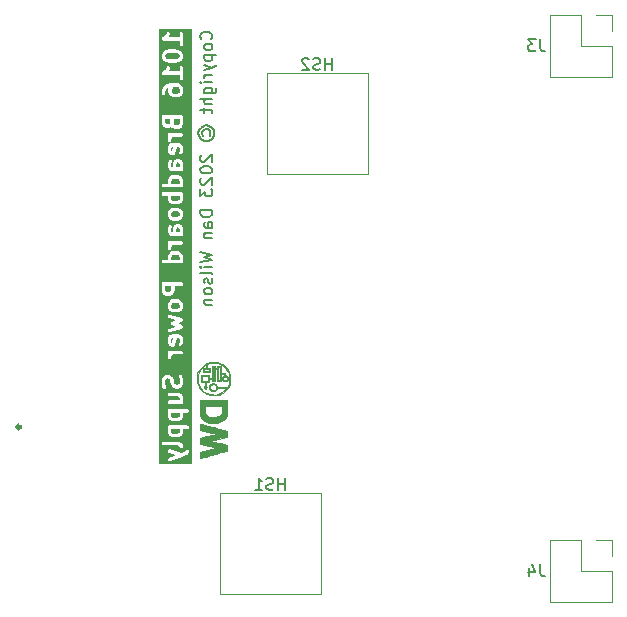
<source format=gbr>
%TF.GenerationSoftware,KiCad,Pcbnew,7.0.7*%
%TF.CreationDate,2023-10-29T23:24:32-05:00*%
%TF.ProjectId,1016 Breadboard Power Supply,31303136-2042-4726-9561-64626f617264,1*%
%TF.SameCoordinates,Original*%
%TF.FileFunction,Legend,Bot*%
%TF.FilePolarity,Positive*%
%FSLAX46Y46*%
G04 Gerber Fmt 4.6, Leading zero omitted, Abs format (unit mm)*
G04 Created by KiCad (PCBNEW 7.0.7) date 2023-10-29 23:24:32*
%MOMM*%
%LPD*%
G01*
G04 APERTURE LIST*
%ADD10C,0.177800*%
%ADD11C,0.304800*%
%ADD12C,0.150000*%
%ADD13C,0.120000*%
%ADD14C,0.317500*%
%ADD15C,0.010000*%
%ADD16C,0.990600*%
%ADD17C,1.000000*%
%ADD18O,1.508000X3.016000*%
%ADD19O,3.016000X1.508000*%
%ADD20C,2.100000*%
%ADD21R,1.700000X1.700000*%
%ADD22O,1.700000X1.700000*%
G04 APERTURE END LIST*
D10*
X66444653Y-73710449D02*
X66493034Y-73662068D01*
X66493034Y-73662068D02*
X66541414Y-73516925D01*
X66541414Y-73516925D02*
X66541414Y-73420163D01*
X66541414Y-73420163D02*
X66493034Y-73275020D01*
X66493034Y-73275020D02*
X66396272Y-73178258D01*
X66396272Y-73178258D02*
X66299510Y-73129877D01*
X66299510Y-73129877D02*
X66105986Y-73081496D01*
X66105986Y-73081496D02*
X65960843Y-73081496D01*
X65960843Y-73081496D02*
X65767319Y-73129877D01*
X65767319Y-73129877D02*
X65670557Y-73178258D01*
X65670557Y-73178258D02*
X65573795Y-73275020D01*
X65573795Y-73275020D02*
X65525414Y-73420163D01*
X65525414Y-73420163D02*
X65525414Y-73516925D01*
X65525414Y-73516925D02*
X65573795Y-73662068D01*
X65573795Y-73662068D02*
X65622176Y-73710449D01*
X66541414Y-74291020D02*
X66493034Y-74194258D01*
X66493034Y-74194258D02*
X66444653Y-74145877D01*
X66444653Y-74145877D02*
X66347891Y-74097496D01*
X66347891Y-74097496D02*
X66057605Y-74097496D01*
X66057605Y-74097496D02*
X65960843Y-74145877D01*
X65960843Y-74145877D02*
X65912462Y-74194258D01*
X65912462Y-74194258D02*
X65864081Y-74291020D01*
X65864081Y-74291020D02*
X65864081Y-74436163D01*
X65864081Y-74436163D02*
X65912462Y-74532925D01*
X65912462Y-74532925D02*
X65960843Y-74581306D01*
X65960843Y-74581306D02*
X66057605Y-74629687D01*
X66057605Y-74629687D02*
X66347891Y-74629687D01*
X66347891Y-74629687D02*
X66444653Y-74581306D01*
X66444653Y-74581306D02*
X66493034Y-74532925D01*
X66493034Y-74532925D02*
X66541414Y-74436163D01*
X66541414Y-74436163D02*
X66541414Y-74291020D01*
X65864081Y-75065115D02*
X66880081Y-75065115D01*
X65912462Y-75065115D02*
X65864081Y-75161877D01*
X65864081Y-75161877D02*
X65864081Y-75355401D01*
X65864081Y-75355401D02*
X65912462Y-75452163D01*
X65912462Y-75452163D02*
X65960843Y-75500544D01*
X65960843Y-75500544D02*
X66057605Y-75548925D01*
X66057605Y-75548925D02*
X66347891Y-75548925D01*
X66347891Y-75548925D02*
X66444653Y-75500544D01*
X66444653Y-75500544D02*
X66493034Y-75452163D01*
X66493034Y-75452163D02*
X66541414Y-75355401D01*
X66541414Y-75355401D02*
X66541414Y-75161877D01*
X66541414Y-75161877D02*
X66493034Y-75065115D01*
X65864081Y-75887591D02*
X66541414Y-76129496D01*
X65864081Y-76371401D02*
X66541414Y-76129496D01*
X66541414Y-76129496D02*
X66783319Y-76032734D01*
X66783319Y-76032734D02*
X66831700Y-75984353D01*
X66831700Y-75984353D02*
X66880081Y-75887591D01*
X66541414Y-76758448D02*
X65864081Y-76758448D01*
X66057605Y-76758448D02*
X65960843Y-76806829D01*
X65960843Y-76806829D02*
X65912462Y-76855210D01*
X65912462Y-76855210D02*
X65864081Y-76951972D01*
X65864081Y-76951972D02*
X65864081Y-77048734D01*
X66541414Y-77387400D02*
X65864081Y-77387400D01*
X65525414Y-77387400D02*
X65573795Y-77339019D01*
X65573795Y-77339019D02*
X65622176Y-77387400D01*
X65622176Y-77387400D02*
X65573795Y-77435781D01*
X65573795Y-77435781D02*
X65525414Y-77387400D01*
X65525414Y-77387400D02*
X65622176Y-77387400D01*
X65864081Y-78306639D02*
X66686557Y-78306639D01*
X66686557Y-78306639D02*
X66783319Y-78258258D01*
X66783319Y-78258258D02*
X66831700Y-78209877D01*
X66831700Y-78209877D02*
X66880081Y-78113115D01*
X66880081Y-78113115D02*
X66880081Y-77967972D01*
X66880081Y-77967972D02*
X66831700Y-77871210D01*
X66493034Y-78306639D02*
X66541414Y-78209877D01*
X66541414Y-78209877D02*
X66541414Y-78016353D01*
X66541414Y-78016353D02*
X66493034Y-77919591D01*
X66493034Y-77919591D02*
X66444653Y-77871210D01*
X66444653Y-77871210D02*
X66347891Y-77822829D01*
X66347891Y-77822829D02*
X66057605Y-77822829D01*
X66057605Y-77822829D02*
X65960843Y-77871210D01*
X65960843Y-77871210D02*
X65912462Y-77919591D01*
X65912462Y-77919591D02*
X65864081Y-78016353D01*
X65864081Y-78016353D02*
X65864081Y-78209877D01*
X65864081Y-78209877D02*
X65912462Y-78306639D01*
X66541414Y-78790448D02*
X65525414Y-78790448D01*
X66541414Y-79225877D02*
X66009224Y-79225877D01*
X66009224Y-79225877D02*
X65912462Y-79177496D01*
X65912462Y-79177496D02*
X65864081Y-79080734D01*
X65864081Y-79080734D02*
X65864081Y-78935591D01*
X65864081Y-78935591D02*
X65912462Y-78838829D01*
X65912462Y-78838829D02*
X65960843Y-78790448D01*
X65864081Y-79564543D02*
X65864081Y-79951591D01*
X65525414Y-79709686D02*
X66396272Y-79709686D01*
X66396272Y-79709686D02*
X66493034Y-79758067D01*
X66493034Y-79758067D02*
X66541414Y-79854829D01*
X66541414Y-79854829D02*
X66541414Y-79951591D01*
X65767319Y-81886828D02*
X65718938Y-81790067D01*
X65718938Y-81790067D02*
X65718938Y-81596543D01*
X65718938Y-81596543D02*
X65767319Y-81499781D01*
X65767319Y-81499781D02*
X65864081Y-81403019D01*
X65864081Y-81403019D02*
X65960843Y-81354638D01*
X65960843Y-81354638D02*
X66154367Y-81354638D01*
X66154367Y-81354638D02*
X66251129Y-81403019D01*
X66251129Y-81403019D02*
X66347891Y-81499781D01*
X66347891Y-81499781D02*
X66396272Y-81596543D01*
X66396272Y-81596543D02*
X66396272Y-81790067D01*
X66396272Y-81790067D02*
X66347891Y-81886828D01*
X65380272Y-81693305D02*
X65428653Y-81451400D01*
X65428653Y-81451400D02*
X65573795Y-81209495D01*
X65573795Y-81209495D02*
X65815700Y-81064352D01*
X65815700Y-81064352D02*
X66057605Y-81015971D01*
X66057605Y-81015971D02*
X66299510Y-81064352D01*
X66299510Y-81064352D02*
X66541414Y-81209495D01*
X66541414Y-81209495D02*
X66686557Y-81451400D01*
X66686557Y-81451400D02*
X66734938Y-81693305D01*
X66734938Y-81693305D02*
X66686557Y-81935209D01*
X66686557Y-81935209D02*
X66541414Y-82177114D01*
X66541414Y-82177114D02*
X66299510Y-82322257D01*
X66299510Y-82322257D02*
X66057605Y-82370638D01*
X66057605Y-82370638D02*
X65815700Y-82322257D01*
X65815700Y-82322257D02*
X65573795Y-82177114D01*
X65573795Y-82177114D02*
X65428653Y-81935209D01*
X65428653Y-81935209D02*
X65380272Y-81693305D01*
X65622176Y-83531780D02*
X65573795Y-83580161D01*
X65573795Y-83580161D02*
X65525414Y-83676923D01*
X65525414Y-83676923D02*
X65525414Y-83918828D01*
X65525414Y-83918828D02*
X65573795Y-84015590D01*
X65573795Y-84015590D02*
X65622176Y-84063971D01*
X65622176Y-84063971D02*
X65718938Y-84112352D01*
X65718938Y-84112352D02*
X65815700Y-84112352D01*
X65815700Y-84112352D02*
X65960843Y-84063971D01*
X65960843Y-84063971D02*
X66541414Y-83483399D01*
X66541414Y-83483399D02*
X66541414Y-84112352D01*
X65525414Y-84741304D02*
X65525414Y-84838066D01*
X65525414Y-84838066D02*
X65573795Y-84934828D01*
X65573795Y-84934828D02*
X65622176Y-84983209D01*
X65622176Y-84983209D02*
X65718938Y-85031590D01*
X65718938Y-85031590D02*
X65912462Y-85079971D01*
X65912462Y-85079971D02*
X66154367Y-85079971D01*
X66154367Y-85079971D02*
X66347891Y-85031590D01*
X66347891Y-85031590D02*
X66444653Y-84983209D01*
X66444653Y-84983209D02*
X66493034Y-84934828D01*
X66493034Y-84934828D02*
X66541414Y-84838066D01*
X66541414Y-84838066D02*
X66541414Y-84741304D01*
X66541414Y-84741304D02*
X66493034Y-84644542D01*
X66493034Y-84644542D02*
X66444653Y-84596161D01*
X66444653Y-84596161D02*
X66347891Y-84547780D01*
X66347891Y-84547780D02*
X66154367Y-84499399D01*
X66154367Y-84499399D02*
X65912462Y-84499399D01*
X65912462Y-84499399D02*
X65718938Y-84547780D01*
X65718938Y-84547780D02*
X65622176Y-84596161D01*
X65622176Y-84596161D02*
X65573795Y-84644542D01*
X65573795Y-84644542D02*
X65525414Y-84741304D01*
X65622176Y-85467018D02*
X65573795Y-85515399D01*
X65573795Y-85515399D02*
X65525414Y-85612161D01*
X65525414Y-85612161D02*
X65525414Y-85854066D01*
X65525414Y-85854066D02*
X65573795Y-85950828D01*
X65573795Y-85950828D02*
X65622176Y-85999209D01*
X65622176Y-85999209D02*
X65718938Y-86047590D01*
X65718938Y-86047590D02*
X65815700Y-86047590D01*
X65815700Y-86047590D02*
X65960843Y-85999209D01*
X65960843Y-85999209D02*
X66541414Y-85418637D01*
X66541414Y-85418637D02*
X66541414Y-86047590D01*
X65525414Y-86386256D02*
X65525414Y-87015209D01*
X65525414Y-87015209D02*
X65912462Y-86676542D01*
X65912462Y-86676542D02*
X65912462Y-86821685D01*
X65912462Y-86821685D02*
X65960843Y-86918447D01*
X65960843Y-86918447D02*
X66009224Y-86966828D01*
X66009224Y-86966828D02*
X66105986Y-87015209D01*
X66105986Y-87015209D02*
X66347891Y-87015209D01*
X66347891Y-87015209D02*
X66444653Y-86966828D01*
X66444653Y-86966828D02*
X66493034Y-86918447D01*
X66493034Y-86918447D02*
X66541414Y-86821685D01*
X66541414Y-86821685D02*
X66541414Y-86531399D01*
X66541414Y-86531399D02*
X66493034Y-86434637D01*
X66493034Y-86434637D02*
X66444653Y-86386256D01*
X66541414Y-88224732D02*
X65525414Y-88224732D01*
X65525414Y-88224732D02*
X65525414Y-88466637D01*
X65525414Y-88466637D02*
X65573795Y-88611780D01*
X65573795Y-88611780D02*
X65670557Y-88708542D01*
X65670557Y-88708542D02*
X65767319Y-88756923D01*
X65767319Y-88756923D02*
X65960843Y-88805304D01*
X65960843Y-88805304D02*
X66105986Y-88805304D01*
X66105986Y-88805304D02*
X66299510Y-88756923D01*
X66299510Y-88756923D02*
X66396272Y-88708542D01*
X66396272Y-88708542D02*
X66493034Y-88611780D01*
X66493034Y-88611780D02*
X66541414Y-88466637D01*
X66541414Y-88466637D02*
X66541414Y-88224732D01*
X66541414Y-89676161D02*
X66009224Y-89676161D01*
X66009224Y-89676161D02*
X65912462Y-89627780D01*
X65912462Y-89627780D02*
X65864081Y-89531018D01*
X65864081Y-89531018D02*
X65864081Y-89337494D01*
X65864081Y-89337494D02*
X65912462Y-89240732D01*
X66493034Y-89676161D02*
X66541414Y-89579399D01*
X66541414Y-89579399D02*
X66541414Y-89337494D01*
X66541414Y-89337494D02*
X66493034Y-89240732D01*
X66493034Y-89240732D02*
X66396272Y-89192351D01*
X66396272Y-89192351D02*
X66299510Y-89192351D01*
X66299510Y-89192351D02*
X66202748Y-89240732D01*
X66202748Y-89240732D02*
X66154367Y-89337494D01*
X66154367Y-89337494D02*
X66154367Y-89579399D01*
X66154367Y-89579399D02*
X66105986Y-89676161D01*
X65864081Y-90159970D02*
X66541414Y-90159970D01*
X65960843Y-90159970D02*
X65912462Y-90208351D01*
X65912462Y-90208351D02*
X65864081Y-90305113D01*
X65864081Y-90305113D02*
X65864081Y-90450256D01*
X65864081Y-90450256D02*
X65912462Y-90547018D01*
X65912462Y-90547018D02*
X66009224Y-90595399D01*
X66009224Y-90595399D02*
X66541414Y-90595399D01*
X65525414Y-91756541D02*
X66541414Y-91998446D01*
X66541414Y-91998446D02*
X65815700Y-92191970D01*
X65815700Y-92191970D02*
X66541414Y-92385494D01*
X66541414Y-92385494D02*
X65525414Y-92627399D01*
X66541414Y-93014446D02*
X65864081Y-93014446D01*
X65525414Y-93014446D02*
X65573795Y-92966065D01*
X65573795Y-92966065D02*
X65622176Y-93014446D01*
X65622176Y-93014446D02*
X65573795Y-93062827D01*
X65573795Y-93062827D02*
X65525414Y-93014446D01*
X65525414Y-93014446D02*
X65622176Y-93014446D01*
X66541414Y-93643399D02*
X66493034Y-93546637D01*
X66493034Y-93546637D02*
X66396272Y-93498256D01*
X66396272Y-93498256D02*
X65525414Y-93498256D01*
X66493034Y-93982065D02*
X66541414Y-94078827D01*
X66541414Y-94078827D02*
X66541414Y-94272351D01*
X66541414Y-94272351D02*
X66493034Y-94369113D01*
X66493034Y-94369113D02*
X66396272Y-94417494D01*
X66396272Y-94417494D02*
X66347891Y-94417494D01*
X66347891Y-94417494D02*
X66251129Y-94369113D01*
X66251129Y-94369113D02*
X66202748Y-94272351D01*
X66202748Y-94272351D02*
X66202748Y-94127208D01*
X66202748Y-94127208D02*
X66154367Y-94030446D01*
X66154367Y-94030446D02*
X66057605Y-93982065D01*
X66057605Y-93982065D02*
X66009224Y-93982065D01*
X66009224Y-93982065D02*
X65912462Y-94030446D01*
X65912462Y-94030446D02*
X65864081Y-94127208D01*
X65864081Y-94127208D02*
X65864081Y-94272351D01*
X65864081Y-94272351D02*
X65912462Y-94369113D01*
X66541414Y-94998065D02*
X66493034Y-94901303D01*
X66493034Y-94901303D02*
X66444653Y-94852922D01*
X66444653Y-94852922D02*
X66347891Y-94804541D01*
X66347891Y-94804541D02*
X66057605Y-94804541D01*
X66057605Y-94804541D02*
X65960843Y-94852922D01*
X65960843Y-94852922D02*
X65912462Y-94901303D01*
X65912462Y-94901303D02*
X65864081Y-94998065D01*
X65864081Y-94998065D02*
X65864081Y-95143208D01*
X65864081Y-95143208D02*
X65912462Y-95239970D01*
X65912462Y-95239970D02*
X65960843Y-95288351D01*
X65960843Y-95288351D02*
X66057605Y-95336732D01*
X66057605Y-95336732D02*
X66347891Y-95336732D01*
X66347891Y-95336732D02*
X66444653Y-95288351D01*
X66444653Y-95288351D02*
X66493034Y-95239970D01*
X66493034Y-95239970D02*
X66541414Y-95143208D01*
X66541414Y-95143208D02*
X66541414Y-94998065D01*
X65864081Y-95772160D02*
X66541414Y-95772160D01*
X65960843Y-95772160D02*
X65912462Y-95820541D01*
X65912462Y-95820541D02*
X65864081Y-95917303D01*
X65864081Y-95917303D02*
X65864081Y-96062446D01*
X65864081Y-96062446D02*
X65912462Y-96159208D01*
X65912462Y-96159208D02*
X66009224Y-96207589D01*
X66009224Y-96207589D02*
X66541414Y-96207589D01*
D11*
G36*
X63780240Y-106753219D02*
G01*
X63780240Y-106971551D01*
X63734818Y-107062396D01*
X63697223Y-107099991D01*
X63606378Y-107145414D01*
X63242904Y-107145414D01*
X63152058Y-107099991D01*
X63114463Y-107062396D01*
X63069040Y-106971551D01*
X63069040Y-106753219D01*
X63083401Y-106724500D01*
X63765881Y-106724500D01*
X63780240Y-106753219D01*
G37*
G36*
X63780240Y-105374362D02*
G01*
X63780240Y-105592694D01*
X63734818Y-105683539D01*
X63697223Y-105721134D01*
X63606378Y-105766557D01*
X63242904Y-105766557D01*
X63152058Y-105721134D01*
X63114463Y-105683539D01*
X63069040Y-105592694D01*
X63069040Y-105374362D01*
X63083401Y-105345643D01*
X63765881Y-105345643D01*
X63780240Y-105374362D01*
G37*
G36*
X63155994Y-99445672D02*
G01*
X63102804Y-99419077D01*
X63069040Y-99351550D01*
X63069040Y-99133218D01*
X63102804Y-99065691D01*
X63170333Y-99031927D01*
X63238743Y-99031927D01*
X63155994Y-99445672D01*
G37*
G36*
X63697224Y-96101923D02*
G01*
X63734819Y-96139517D01*
X63780241Y-96230361D01*
X63780241Y-96376122D01*
X63734818Y-96466967D01*
X63697223Y-96504562D01*
X63606378Y-96549985D01*
X63242904Y-96549985D01*
X63152058Y-96504562D01*
X63114463Y-96466967D01*
X63069041Y-96376122D01*
X63069041Y-96230361D01*
X63114462Y-96139517D01*
X63152059Y-96101922D01*
X63242905Y-96056499D01*
X63606377Y-96056499D01*
X63697224Y-96101923D01*
G37*
G36*
X63054527Y-94997263D02*
G01*
X63009103Y-95088110D01*
X62971509Y-95125704D01*
X62880663Y-95171128D01*
X62734905Y-95171128D01*
X62644059Y-95125704D01*
X62606462Y-95088109D01*
X62561041Y-94997265D01*
X62561041Y-94605071D01*
X63054527Y-94605071D01*
X63054527Y-94997263D01*
G37*
G36*
X63697224Y-92037923D02*
G01*
X63734819Y-92075517D01*
X63780241Y-92166361D01*
X63780241Y-92384694D01*
X63765881Y-92413414D01*
X63083401Y-92413414D01*
X63069041Y-92384694D01*
X63069041Y-92166361D01*
X63114462Y-92075517D01*
X63152059Y-92037922D01*
X63242905Y-91992499D01*
X63606377Y-91992499D01*
X63697224Y-92037923D01*
G37*
G36*
X63746477Y-89703977D02*
G01*
X63780241Y-89771504D01*
X63780241Y-90062408D01*
X63765881Y-90091128D01*
X63504470Y-90091128D01*
X63504470Y-89771504D01*
X63538233Y-89703977D01*
X63605762Y-89670213D01*
X63678949Y-89670213D01*
X63746477Y-89703977D01*
G37*
G36*
X63697224Y-88336780D02*
G01*
X63734819Y-88374374D01*
X63780241Y-88465218D01*
X63780241Y-88610979D01*
X63734818Y-88701824D01*
X63697223Y-88739419D01*
X63606378Y-88784842D01*
X63242904Y-88784842D01*
X63152058Y-88739419D01*
X63114463Y-88701824D01*
X63069041Y-88610979D01*
X63069041Y-88465218D01*
X63114462Y-88374374D01*
X63152059Y-88336779D01*
X63242905Y-88291356D01*
X63606377Y-88291356D01*
X63697224Y-88336780D01*
G37*
G36*
X63780240Y-87013790D02*
G01*
X63780240Y-87232122D01*
X63734818Y-87322967D01*
X63697223Y-87360562D01*
X63606378Y-87405985D01*
X63242904Y-87405985D01*
X63152058Y-87360562D01*
X63114463Y-87322967D01*
X63069040Y-87232122D01*
X63069040Y-87013790D01*
X63083401Y-86985071D01*
X63765881Y-86985071D01*
X63780240Y-87013790D01*
G37*
G36*
X63697224Y-85579066D02*
G01*
X63734819Y-85616660D01*
X63780241Y-85707504D01*
X63780241Y-85925837D01*
X63765881Y-85954557D01*
X63083401Y-85954557D01*
X63069041Y-85925837D01*
X63069041Y-85707504D01*
X63114462Y-85616660D01*
X63152059Y-85579065D01*
X63242905Y-85533642D01*
X63606377Y-85533642D01*
X63697224Y-85579066D01*
G37*
G36*
X63746477Y-84188549D02*
G01*
X63780241Y-84256076D01*
X63780241Y-84546980D01*
X63765881Y-84575700D01*
X63504470Y-84575700D01*
X63504470Y-84256076D01*
X63538233Y-84188549D01*
X63605762Y-84154785D01*
X63678949Y-84154785D01*
X63746477Y-84188549D01*
G37*
G36*
X63155994Y-83262244D02*
G01*
X63102804Y-83235649D01*
X63069040Y-83168122D01*
X63069040Y-82949790D01*
X63102804Y-82882263D01*
X63170333Y-82848499D01*
X63238743Y-82848499D01*
X63155994Y-83262244D01*
G37*
G36*
X63780241Y-80845836D02*
G01*
X63734819Y-80936680D01*
X63697224Y-80974274D01*
X63606377Y-81019699D01*
X63460619Y-81019699D01*
X63369772Y-80974275D01*
X63340128Y-80944631D01*
X63286755Y-80784510D01*
X63286755Y-80453642D01*
X63780241Y-80453642D01*
X63780241Y-80845836D01*
G37*
G36*
X62981955Y-80773265D02*
G01*
X62936533Y-80864109D01*
X62898937Y-80901704D01*
X62808093Y-80947127D01*
X62734904Y-80947127D01*
X62644059Y-80901705D01*
X62606462Y-80864109D01*
X62561041Y-80773265D01*
X62561041Y-80453642D01*
X62981955Y-80453642D01*
X62981955Y-80773265D01*
G37*
G36*
X63697224Y-77813922D02*
G01*
X63734819Y-77851516D01*
X63780241Y-77942360D01*
X63780241Y-78160693D01*
X63734819Y-78251537D01*
X63697223Y-78289132D01*
X63606378Y-78334555D01*
X63315475Y-78334555D01*
X63224629Y-78289132D01*
X63187035Y-78251538D01*
X63141611Y-78160691D01*
X63141611Y-77942362D01*
X63187035Y-77851515D01*
X63224629Y-77813921D01*
X63315476Y-77768498D01*
X63606377Y-77768498D01*
X63697224Y-77813922D01*
G37*
G36*
X63589164Y-74929604D02*
G01*
X63697223Y-74983634D01*
X63734818Y-75021229D01*
X63780241Y-75112074D01*
X63780241Y-75185263D01*
X63734818Y-75276108D01*
X63697223Y-75313703D01*
X63589163Y-75367733D01*
X63333308Y-75431697D01*
X63007974Y-75431697D01*
X62752118Y-75367733D01*
X62644058Y-75313703D01*
X62606463Y-75276108D01*
X62561041Y-75185263D01*
X62561041Y-75112074D01*
X62606463Y-75021230D01*
X62644058Y-74983634D01*
X62752117Y-74929604D01*
X63007975Y-74865640D01*
X63333307Y-74865640D01*
X63589164Y-74929604D01*
G37*
G36*
X64810755Y-109697450D02*
G01*
X62038527Y-109697450D01*
X62038527Y-109302444D01*
X62766719Y-109302444D01*
X62773120Y-109381072D01*
X62817977Y-109445965D01*
X62889271Y-109479736D01*
X62967899Y-109473335D01*
X63983899Y-109110478D01*
X63986318Y-109108805D01*
X63989241Y-109108457D01*
X64352098Y-108963314D01*
X64376677Y-108944925D01*
X64403260Y-108929578D01*
X64475833Y-108857007D01*
X64488102Y-108835754D01*
X64504381Y-108817398D01*
X64576952Y-108672255D01*
X64592767Y-108594968D01*
X64567820Y-108520129D01*
X64508796Y-108467789D01*
X64431510Y-108451974D01*
X64356670Y-108476920D01*
X64304330Y-108535945D01*
X64242819Y-108658967D01*
X64209855Y-108691931D01*
X63929586Y-108804038D01*
X62967899Y-108460579D01*
X62889271Y-108454178D01*
X62817977Y-108487949D01*
X62773120Y-108552842D01*
X62766719Y-108631470D01*
X62800490Y-108702764D01*
X62865383Y-108747621D01*
X63479522Y-108966957D01*
X62865383Y-109186293D01*
X62800490Y-109231150D01*
X62766719Y-109302444D01*
X62038527Y-109302444D01*
X62038527Y-107950957D01*
X62256241Y-107950957D01*
X62276659Y-108027157D01*
X62332441Y-108082939D01*
X62408641Y-108103357D01*
X63678950Y-108103357D01*
X63746477Y-108137120D01*
X63796330Y-108236826D01*
X63848670Y-108295851D01*
X63923510Y-108320797D01*
X64000796Y-108304982D01*
X64059820Y-108252642D01*
X64084767Y-108177803D01*
X64068952Y-108100516D01*
X63996381Y-107955373D01*
X63990197Y-107948399D01*
X63987250Y-107939557D01*
X63964346Y-107919247D01*
X63944041Y-107896349D01*
X63935199Y-107893401D01*
X63928225Y-107887217D01*
X63783082Y-107814646D01*
X63748762Y-107807623D01*
X63714927Y-107798557D01*
X62408641Y-107798557D01*
X62332441Y-107818975D01*
X62276659Y-107874757D01*
X62256241Y-107950957D01*
X62038527Y-107950957D01*
X62038527Y-107007528D01*
X62764241Y-107007528D01*
X62773307Y-107041363D01*
X62780330Y-107075683D01*
X62852901Y-107220826D01*
X62869181Y-107239185D01*
X62881449Y-107260434D01*
X62954021Y-107333006D01*
X62975270Y-107345274D01*
X62993629Y-107361554D01*
X63138772Y-107434125D01*
X63173091Y-107441147D01*
X63206927Y-107450214D01*
X63642355Y-107450214D01*
X63676190Y-107441147D01*
X63710510Y-107434125D01*
X63855653Y-107361554D01*
X63874012Y-107345273D01*
X63895261Y-107333006D01*
X63967833Y-107260434D01*
X63980101Y-107239184D01*
X63996381Y-107220826D01*
X64068952Y-107075683D01*
X64075974Y-107041363D01*
X64085041Y-107007528D01*
X64085041Y-106724500D01*
X64440641Y-106724500D01*
X64516841Y-106704082D01*
X64572623Y-106648300D01*
X64593041Y-106572100D01*
X64572623Y-106495900D01*
X64516841Y-106440118D01*
X64440641Y-106419700D01*
X62916641Y-106419700D01*
X62840441Y-106440118D01*
X62784659Y-106495900D01*
X62764241Y-106572100D01*
X62783285Y-106643175D01*
X62780330Y-106649088D01*
X62773307Y-106683407D01*
X62764241Y-106717243D01*
X62764241Y-107007528D01*
X62038527Y-107007528D01*
X62038527Y-105628671D01*
X62764241Y-105628671D01*
X62773307Y-105662506D01*
X62780330Y-105696826D01*
X62852901Y-105841969D01*
X62869181Y-105860328D01*
X62881449Y-105881577D01*
X62954021Y-105954149D01*
X62975270Y-105966417D01*
X62993629Y-105982697D01*
X63138772Y-106055268D01*
X63173091Y-106062290D01*
X63206927Y-106071357D01*
X63642355Y-106071357D01*
X63676190Y-106062290D01*
X63710510Y-106055268D01*
X63855653Y-105982697D01*
X63874012Y-105966416D01*
X63895261Y-105954149D01*
X63967833Y-105881577D01*
X63980101Y-105860327D01*
X63996381Y-105841969D01*
X64068952Y-105696826D01*
X64075974Y-105662506D01*
X64085041Y-105628671D01*
X64085041Y-105345643D01*
X64440641Y-105345643D01*
X64516841Y-105325225D01*
X64572623Y-105269443D01*
X64593041Y-105193243D01*
X64572623Y-105117043D01*
X64516841Y-105061261D01*
X64440641Y-105040843D01*
X62916641Y-105040843D01*
X62840441Y-105061261D01*
X62784659Y-105117043D01*
X62764241Y-105193243D01*
X62783285Y-105264318D01*
X62780330Y-105270231D01*
X62773307Y-105304550D01*
X62764241Y-105338386D01*
X62764241Y-105628671D01*
X62038527Y-105628671D01*
X62038527Y-104467529D01*
X62764241Y-104467529D01*
X62784659Y-104543729D01*
X62840441Y-104599511D01*
X62916641Y-104619929D01*
X63932641Y-104619929D01*
X64008841Y-104599511D01*
X64064623Y-104543729D01*
X64085041Y-104467529D01*
X64064623Y-104391329D01*
X64043055Y-104369761D01*
X64068952Y-104317969D01*
X64075974Y-104283649D01*
X64085041Y-104249814D01*
X64085041Y-104032100D01*
X64075974Y-103998264D01*
X64068952Y-103963945D01*
X63996381Y-103818802D01*
X63990197Y-103811828D01*
X63987250Y-103802986D01*
X63964346Y-103782676D01*
X63944041Y-103759778D01*
X63935199Y-103756830D01*
X63928225Y-103750646D01*
X63783082Y-103678075D01*
X63748762Y-103671052D01*
X63714927Y-103661986D01*
X62916641Y-103661986D01*
X62840441Y-103682404D01*
X62784659Y-103738186D01*
X62764241Y-103814386D01*
X62784659Y-103890586D01*
X62840441Y-103946368D01*
X62916641Y-103966786D01*
X63678950Y-103966786D01*
X63746477Y-104000549D01*
X63780241Y-104068076D01*
X63780241Y-104213837D01*
X63734818Y-104304682D01*
X63724372Y-104315129D01*
X62916641Y-104315129D01*
X62840441Y-104335547D01*
X62784659Y-104391329D01*
X62764241Y-104467529D01*
X62038527Y-104467529D01*
X62038527Y-102943528D01*
X62256241Y-102943528D01*
X62262591Y-102967229D01*
X62264062Y-102991721D01*
X62336633Y-103209435D01*
X62380099Y-103275268D01*
X62450659Y-103310548D01*
X62529405Y-103305822D01*
X62595238Y-103262355D01*
X62630518Y-103191796D01*
X62625792Y-103113049D01*
X62561041Y-102918797D01*
X62561041Y-102616647D01*
X62606462Y-102525803D01*
X62644059Y-102488208D01*
X62734905Y-102442785D01*
X62808094Y-102442785D01*
X62898936Y-102488206D01*
X62936533Y-102525803D01*
X62990562Y-102633861D01*
X63059077Y-102907920D01*
X63067243Y-102922630D01*
X63070616Y-102939112D01*
X63143187Y-103084255D01*
X63159467Y-103102614D01*
X63171736Y-103123864D01*
X63244308Y-103196435D01*
X63265556Y-103208702D01*
X63283915Y-103224982D01*
X63429057Y-103297553D01*
X63463378Y-103304576D01*
X63497212Y-103313642D01*
X63642355Y-103313642D01*
X63676190Y-103304575D01*
X63710510Y-103297553D01*
X63855653Y-103224982D01*
X63874012Y-103208702D01*
X63895260Y-103196435D01*
X63967833Y-103123864D01*
X63980102Y-103102611D01*
X63996381Y-103084255D01*
X64068952Y-102939112D01*
X64075974Y-102904792D01*
X64085041Y-102870957D01*
X64085041Y-102508100D01*
X64078691Y-102484401D01*
X64077221Y-102459908D01*
X64004649Y-102242192D01*
X63961183Y-102176359D01*
X63890624Y-102141079D01*
X63811877Y-102145806D01*
X63746044Y-102189272D01*
X63710764Y-102259831D01*
X63715491Y-102338578D01*
X63780241Y-102532829D01*
X63780241Y-102834980D01*
X63734819Y-102925824D01*
X63697223Y-102963419D01*
X63606378Y-103008842D01*
X63533190Y-103008842D01*
X63442345Y-102963420D01*
X63404748Y-102925824D01*
X63350719Y-102817766D01*
X63282205Y-102543708D01*
X63274038Y-102528997D01*
X63270666Y-102512516D01*
X63198095Y-102367373D01*
X63181816Y-102349016D01*
X63169547Y-102327764D01*
X63096974Y-102255193D01*
X63075724Y-102242925D01*
X63057368Y-102226647D01*
X62912226Y-102154075D01*
X62877909Y-102147052D01*
X62844070Y-102137985D01*
X62698927Y-102137985D01*
X62665094Y-102147050D01*
X62630771Y-102154074D01*
X62485628Y-102226646D01*
X62467268Y-102242926D01*
X62446022Y-102255193D01*
X62373450Y-102327764D01*
X62361181Y-102349013D01*
X62344901Y-102367373D01*
X62272330Y-102512516D01*
X62265307Y-102546835D01*
X62256241Y-102580671D01*
X62256241Y-102943528D01*
X62038527Y-102943528D01*
X62038527Y-100693813D01*
X62764241Y-100693813D01*
X62784659Y-100770013D01*
X62840441Y-100825795D01*
X62916641Y-100846213D01*
X62992841Y-100825795D01*
X63048623Y-100770013D01*
X63069041Y-100693813D01*
X63069041Y-100584646D01*
X63114463Y-100493803D01*
X63152058Y-100456207D01*
X63242904Y-100410785D01*
X63932641Y-100410785D01*
X64008841Y-100390367D01*
X64064623Y-100334585D01*
X64085041Y-100258385D01*
X64064623Y-100182185D01*
X64008841Y-100126403D01*
X63932641Y-100105985D01*
X62916641Y-100105985D01*
X62840441Y-100126403D01*
X62784659Y-100182185D01*
X62764241Y-100258385D01*
X62784659Y-100334585D01*
X62830416Y-100380342D01*
X62780330Y-100480515D01*
X62773306Y-100514836D01*
X62764241Y-100548670D01*
X62764241Y-100693813D01*
X62038527Y-100693813D01*
X62038527Y-99387527D01*
X62764241Y-99387527D01*
X62773307Y-99421362D01*
X62780330Y-99455682D01*
X62852901Y-99600825D01*
X62859084Y-99607798D01*
X62862032Y-99616640D01*
X62884932Y-99636947D01*
X62905241Y-99659850D01*
X62914082Y-99662797D01*
X62921056Y-99668981D01*
X63066199Y-99741553D01*
X63100522Y-99748576D01*
X63134355Y-99757642D01*
X63279498Y-99757642D01*
X63303519Y-99751205D01*
X63328334Y-99749605D01*
X63340996Y-99741163D01*
X63355698Y-99737224D01*
X63373282Y-99719639D01*
X63393973Y-99705846D01*
X63400718Y-99692203D01*
X63411480Y-99681442D01*
X63417916Y-99657420D01*
X63428938Y-99635130D01*
X63549579Y-99031927D01*
X63678949Y-99031927D01*
X63746477Y-99065691D01*
X63780240Y-99133218D01*
X63780240Y-99351550D01*
X63723759Y-99464515D01*
X63707944Y-99541802D01*
X63732891Y-99616641D01*
X63791915Y-99668981D01*
X63869202Y-99684796D01*
X63944041Y-99659849D01*
X63996381Y-99600825D01*
X64068952Y-99455682D01*
X64075974Y-99421362D01*
X64085041Y-99387527D01*
X64085041Y-99097242D01*
X64075974Y-99063406D01*
X64068952Y-99029087D01*
X63996381Y-98883944D01*
X63990197Y-98876970D01*
X63987250Y-98868129D01*
X63964347Y-98847819D01*
X63944041Y-98824920D01*
X63935200Y-98821973D01*
X63928226Y-98815788D01*
X63783083Y-98743216D01*
X63748759Y-98736192D01*
X63714927Y-98727127D01*
X63134355Y-98727127D01*
X63100522Y-98736192D01*
X63066199Y-98743216D01*
X62921056Y-98815788D01*
X62914082Y-98821971D01*
X62905241Y-98824919D01*
X62884932Y-98847821D01*
X62862032Y-98868129D01*
X62859084Y-98876970D01*
X62852901Y-98883944D01*
X62780330Y-99029087D01*
X62773307Y-99063406D01*
X62764241Y-99097242D01*
X62764241Y-99387527D01*
X62038527Y-99387527D01*
X62038527Y-98334518D01*
X62768803Y-98334518D01*
X62770105Y-98413396D01*
X62810671Y-98481054D01*
X62879631Y-98519366D01*
X62958509Y-98518064D01*
X63974509Y-98227778D01*
X63999789Y-98212620D01*
X64026883Y-98201009D01*
X64033168Y-98192607D01*
X64042167Y-98187212D01*
X64056481Y-98161446D01*
X64074141Y-98137842D01*
X64075383Y-98127423D01*
X64080479Y-98118252D01*
X64079992Y-98088777D01*
X64083483Y-98059509D01*
X64079350Y-98049865D01*
X64079177Y-98039374D01*
X64064019Y-98014093D01*
X64052408Y-97987000D01*
X64044006Y-97980714D01*
X64038611Y-97971716D01*
X64012845Y-97957401D01*
X63989241Y-97939742D01*
X63617277Y-97790956D01*
X63989241Y-97642171D01*
X64012845Y-97624511D01*
X64038611Y-97610197D01*
X64044006Y-97601198D01*
X64052408Y-97594913D01*
X64064019Y-97567819D01*
X64079177Y-97542539D01*
X64079350Y-97532047D01*
X64083483Y-97522404D01*
X64079992Y-97493135D01*
X64080479Y-97463661D01*
X64075383Y-97454489D01*
X64074141Y-97444071D01*
X64056480Y-97420464D01*
X64042167Y-97394701D01*
X64033170Y-97389306D01*
X64026884Y-97380904D01*
X63999788Y-97369291D01*
X63974509Y-97354135D01*
X62958509Y-97063849D01*
X62879631Y-97062547D01*
X62810671Y-97100859D01*
X62770105Y-97168517D01*
X62768803Y-97247395D01*
X62807115Y-97316355D01*
X62874773Y-97356921D01*
X63462126Y-97524736D01*
X63150327Y-97649456D01*
X63132801Y-97662567D01*
X63112685Y-97671189D01*
X63101761Y-97685790D01*
X63087160Y-97696714D01*
X63078538Y-97716830D01*
X63065427Y-97734356D01*
X63063267Y-97752463D01*
X63056085Y-97769223D01*
X63058676Y-97790956D01*
X63056085Y-97812689D01*
X63063267Y-97829448D01*
X63065427Y-97847556D01*
X63078538Y-97865081D01*
X63087160Y-97885198D01*
X63101761Y-97896121D01*
X63112685Y-97910723D01*
X63132801Y-97919344D01*
X63150327Y-97932456D01*
X63462127Y-98057176D01*
X62874773Y-98224992D01*
X62807115Y-98265558D01*
X62768803Y-98334518D01*
X62038527Y-98334518D01*
X62038527Y-96412099D01*
X62764241Y-96412099D01*
X62773307Y-96445934D01*
X62780330Y-96480254D01*
X62852901Y-96625397D01*
X62869181Y-96643756D01*
X62881449Y-96665005D01*
X62954021Y-96737577D01*
X62975270Y-96749845D01*
X62993629Y-96766125D01*
X63138772Y-96838696D01*
X63173091Y-96845718D01*
X63206927Y-96854785D01*
X63642355Y-96854785D01*
X63676190Y-96845718D01*
X63710510Y-96838696D01*
X63855653Y-96766125D01*
X63874012Y-96749844D01*
X63895261Y-96737577D01*
X63967833Y-96665005D01*
X63980101Y-96643755D01*
X63996381Y-96625397D01*
X64068952Y-96480254D01*
X64075974Y-96445934D01*
X64085041Y-96412099D01*
X64085041Y-96194385D01*
X64075974Y-96160549D01*
X64068952Y-96126230D01*
X63996381Y-95981087D01*
X63980102Y-95962730D01*
X63967833Y-95941478D01*
X63895260Y-95868907D01*
X63874013Y-95856640D01*
X63855654Y-95840360D01*
X63710511Y-95767788D01*
X63676187Y-95760764D01*
X63642355Y-95751699D01*
X63206927Y-95751699D01*
X63173094Y-95760764D01*
X63138771Y-95767788D01*
X62993628Y-95840360D01*
X62975268Y-95856640D01*
X62954022Y-95868907D01*
X62881450Y-95941478D01*
X62869181Y-95962727D01*
X62852901Y-95981087D01*
X62780330Y-96126230D01*
X62773307Y-96160549D01*
X62764241Y-96194385D01*
X62764241Y-96412099D01*
X62038527Y-96412099D01*
X62038527Y-95033242D01*
X62256241Y-95033242D01*
X62265307Y-95067077D01*
X62272330Y-95101397D01*
X62344901Y-95246540D01*
X62361181Y-95264899D01*
X62373450Y-95286149D01*
X62446022Y-95358720D01*
X62467268Y-95370986D01*
X62485628Y-95387267D01*
X62630771Y-95459839D01*
X62665094Y-95466862D01*
X62698927Y-95475928D01*
X62916641Y-95475928D01*
X62950473Y-95466862D01*
X62984797Y-95459839D01*
X63129940Y-95387267D01*
X63148299Y-95370986D01*
X63169547Y-95358719D01*
X63242118Y-95286148D01*
X63254385Y-95264900D01*
X63270666Y-95246541D01*
X63343238Y-95101398D01*
X63350261Y-95067074D01*
X63359327Y-95033242D01*
X63359327Y-94605071D01*
X63932641Y-94605071D01*
X64008841Y-94584653D01*
X64064623Y-94528871D01*
X64085041Y-94452671D01*
X64064623Y-94376471D01*
X64008841Y-94320689D01*
X63932641Y-94300271D01*
X62408641Y-94300271D01*
X62332441Y-94320689D01*
X62276659Y-94376471D01*
X62256241Y-94452671D01*
X62256241Y-95033242D01*
X62038527Y-95033242D01*
X62038527Y-92565814D01*
X62256241Y-92565814D01*
X62276659Y-92642014D01*
X62332441Y-92697796D01*
X62408641Y-92718214D01*
X63932641Y-92718214D01*
X64008841Y-92697796D01*
X64064623Y-92642014D01*
X64085041Y-92565814D01*
X64065996Y-92494738D01*
X64068952Y-92488826D01*
X64075974Y-92454506D01*
X64085041Y-92420671D01*
X64085041Y-92130385D01*
X64075974Y-92096549D01*
X64068952Y-92062230D01*
X63996381Y-91917087D01*
X63980102Y-91898730D01*
X63967833Y-91877478D01*
X63895260Y-91804907D01*
X63874013Y-91792640D01*
X63855654Y-91776360D01*
X63710511Y-91703788D01*
X63676187Y-91696764D01*
X63642355Y-91687699D01*
X63206927Y-91687699D01*
X63173094Y-91696764D01*
X63138771Y-91703788D01*
X62993628Y-91776360D01*
X62975268Y-91792640D01*
X62954022Y-91804907D01*
X62881450Y-91877478D01*
X62869181Y-91898727D01*
X62852901Y-91917087D01*
X62780330Y-92062230D01*
X62773307Y-92096549D01*
X62764241Y-92130385D01*
X62764241Y-92413414D01*
X62408641Y-92413414D01*
X62332441Y-92433832D01*
X62276659Y-92489614D01*
X62256241Y-92565814D01*
X62038527Y-92565814D01*
X62038527Y-91404670D01*
X62764241Y-91404670D01*
X62784659Y-91480870D01*
X62840441Y-91536652D01*
X62916641Y-91557070D01*
X62992841Y-91536652D01*
X63048623Y-91480870D01*
X63069041Y-91404670D01*
X63069041Y-91295504D01*
X63114463Y-91204660D01*
X63152058Y-91167064D01*
X63242904Y-91121642D01*
X63932641Y-91121642D01*
X64008841Y-91101224D01*
X64064623Y-91045442D01*
X64085041Y-90969242D01*
X64064623Y-90893042D01*
X64008841Y-90837260D01*
X63932641Y-90816842D01*
X62916641Y-90816842D01*
X62840441Y-90837260D01*
X62784659Y-90893042D01*
X62764241Y-90969242D01*
X62784659Y-91045442D01*
X62830416Y-91091199D01*
X62780330Y-91191372D01*
X62773306Y-91225693D01*
X62764241Y-91259527D01*
X62764241Y-91404670D01*
X62038527Y-91404670D01*
X62038527Y-90025813D01*
X62764241Y-90025813D01*
X62773307Y-90059648D01*
X62780330Y-90093968D01*
X62852901Y-90239111D01*
X62859084Y-90246084D01*
X62862032Y-90254926D01*
X62884932Y-90275233D01*
X62905241Y-90298136D01*
X62914082Y-90301083D01*
X62921056Y-90307267D01*
X63066199Y-90379839D01*
X63100522Y-90386862D01*
X63134355Y-90395928D01*
X63932641Y-90395928D01*
X64008841Y-90375510D01*
X64064623Y-90319728D01*
X64085041Y-90243528D01*
X64065996Y-90172452D01*
X64068952Y-90166540D01*
X64075974Y-90132220D01*
X64085041Y-90098385D01*
X64085041Y-89735528D01*
X64075974Y-89701692D01*
X64068952Y-89667373D01*
X63996381Y-89522230D01*
X63990197Y-89515256D01*
X63987250Y-89506415D01*
X63964347Y-89486105D01*
X63944041Y-89463206D01*
X63935200Y-89460259D01*
X63928226Y-89454074D01*
X63783083Y-89381502D01*
X63748759Y-89374478D01*
X63714927Y-89365413D01*
X63569784Y-89365413D01*
X63535951Y-89374478D01*
X63501628Y-89381502D01*
X63356485Y-89454074D01*
X63349511Y-89460257D01*
X63340670Y-89463205D01*
X63320361Y-89486107D01*
X63297461Y-89506415D01*
X63294513Y-89515256D01*
X63288330Y-89522230D01*
X63215759Y-89667373D01*
X63208736Y-89701692D01*
X63199670Y-89735528D01*
X63199669Y-90062406D01*
X63185309Y-90091128D01*
X63170333Y-90091128D01*
X63102804Y-90057363D01*
X63069040Y-89989836D01*
X63069040Y-89771504D01*
X63125523Y-89658540D01*
X63141338Y-89581253D01*
X63116391Y-89506414D01*
X63057367Y-89454074D01*
X62980081Y-89438259D01*
X62905241Y-89463205D01*
X62852901Y-89522230D01*
X62780330Y-89667373D01*
X62773307Y-89701692D01*
X62764241Y-89735528D01*
X62764241Y-90025813D01*
X62038527Y-90025813D01*
X62038527Y-88646956D01*
X62764241Y-88646956D01*
X62773307Y-88680791D01*
X62780330Y-88715111D01*
X62852901Y-88860254D01*
X62869181Y-88878613D01*
X62881449Y-88899862D01*
X62954021Y-88972434D01*
X62975270Y-88984702D01*
X62993629Y-89000982D01*
X63138772Y-89073553D01*
X63173091Y-89080575D01*
X63206927Y-89089642D01*
X63642355Y-89089642D01*
X63676190Y-89080575D01*
X63710510Y-89073553D01*
X63855653Y-89000982D01*
X63874012Y-88984701D01*
X63895261Y-88972434D01*
X63967833Y-88899862D01*
X63980101Y-88878612D01*
X63996381Y-88860254D01*
X64068952Y-88715111D01*
X64075974Y-88680791D01*
X64085041Y-88646956D01*
X64085041Y-88429242D01*
X64075974Y-88395406D01*
X64068952Y-88361087D01*
X63996381Y-88215944D01*
X63980102Y-88197587D01*
X63967833Y-88176335D01*
X63895260Y-88103764D01*
X63874013Y-88091497D01*
X63855654Y-88075217D01*
X63710511Y-88002645D01*
X63676187Y-87995621D01*
X63642355Y-87986556D01*
X63206927Y-87986556D01*
X63173094Y-87995621D01*
X63138771Y-88002645D01*
X62993628Y-88075217D01*
X62975268Y-88091497D01*
X62954022Y-88103764D01*
X62881450Y-88176335D01*
X62869181Y-88197584D01*
X62852901Y-88215944D01*
X62780330Y-88361087D01*
X62773307Y-88395406D01*
X62764241Y-88429242D01*
X62764241Y-88646956D01*
X62038527Y-88646956D01*
X62038527Y-86832671D01*
X62256241Y-86832671D01*
X62276659Y-86908871D01*
X62332441Y-86964653D01*
X62408641Y-86985071D01*
X62764241Y-86985071D01*
X62764241Y-87268099D01*
X62773307Y-87301934D01*
X62780330Y-87336254D01*
X62852901Y-87481397D01*
X62869181Y-87499756D01*
X62881449Y-87521005D01*
X62954021Y-87593577D01*
X62975270Y-87605845D01*
X62993629Y-87622125D01*
X63138772Y-87694696D01*
X63173091Y-87701718D01*
X63206927Y-87710785D01*
X63642355Y-87710785D01*
X63676190Y-87701718D01*
X63710510Y-87694696D01*
X63855653Y-87622125D01*
X63874012Y-87605844D01*
X63895261Y-87593577D01*
X63967833Y-87521005D01*
X63980101Y-87499755D01*
X63996381Y-87481397D01*
X64068952Y-87336254D01*
X64075974Y-87301934D01*
X64085041Y-87268099D01*
X64085041Y-86977814D01*
X64075974Y-86943978D01*
X64068952Y-86909659D01*
X64065996Y-86903746D01*
X64085041Y-86832671D01*
X64064623Y-86756471D01*
X64008841Y-86700689D01*
X63932641Y-86680271D01*
X62408641Y-86680271D01*
X62332441Y-86700689D01*
X62276659Y-86756471D01*
X62256241Y-86832671D01*
X62038527Y-86832671D01*
X62038527Y-86106957D01*
X62256241Y-86106957D01*
X62276659Y-86183157D01*
X62332441Y-86238939D01*
X62408641Y-86259357D01*
X63932641Y-86259357D01*
X64008841Y-86238939D01*
X64064623Y-86183157D01*
X64085041Y-86106957D01*
X64065996Y-86035881D01*
X64068952Y-86029969D01*
X64075974Y-85995649D01*
X64085041Y-85961814D01*
X64085041Y-85671528D01*
X64075974Y-85637692D01*
X64068952Y-85603373D01*
X63996381Y-85458230D01*
X63980102Y-85439873D01*
X63967833Y-85418621D01*
X63895260Y-85346050D01*
X63874013Y-85333783D01*
X63855654Y-85317503D01*
X63710511Y-85244931D01*
X63676187Y-85237907D01*
X63642355Y-85228842D01*
X63206927Y-85228842D01*
X63173094Y-85237907D01*
X63138771Y-85244931D01*
X62993628Y-85317503D01*
X62975268Y-85333783D01*
X62954022Y-85346050D01*
X62881450Y-85418621D01*
X62869181Y-85439870D01*
X62852901Y-85458230D01*
X62780330Y-85603373D01*
X62773307Y-85637692D01*
X62764241Y-85671528D01*
X62764241Y-85954557D01*
X62408641Y-85954557D01*
X62332441Y-85974975D01*
X62276659Y-86030757D01*
X62256241Y-86106957D01*
X62038527Y-86106957D01*
X62038527Y-84510385D01*
X62764241Y-84510385D01*
X62773307Y-84544220D01*
X62780330Y-84578540D01*
X62852901Y-84723683D01*
X62859084Y-84730656D01*
X62862032Y-84739498D01*
X62884932Y-84759805D01*
X62905241Y-84782708D01*
X62914082Y-84785655D01*
X62921056Y-84791839D01*
X63066199Y-84864411D01*
X63100522Y-84871434D01*
X63134355Y-84880500D01*
X63932641Y-84880500D01*
X64008841Y-84860082D01*
X64064623Y-84804300D01*
X64085041Y-84728100D01*
X64065996Y-84657024D01*
X64068952Y-84651112D01*
X64075974Y-84616792D01*
X64085041Y-84582957D01*
X64085041Y-84220100D01*
X64075974Y-84186264D01*
X64068952Y-84151945D01*
X63996381Y-84006802D01*
X63990197Y-83999828D01*
X63987250Y-83990987D01*
X63964347Y-83970677D01*
X63944041Y-83947778D01*
X63935200Y-83944831D01*
X63928226Y-83938646D01*
X63783083Y-83866074D01*
X63748759Y-83859050D01*
X63714927Y-83849985D01*
X63569784Y-83849985D01*
X63535951Y-83859050D01*
X63501628Y-83866074D01*
X63356485Y-83938646D01*
X63349511Y-83944829D01*
X63340670Y-83947777D01*
X63320361Y-83970679D01*
X63297461Y-83990987D01*
X63294513Y-83999828D01*
X63288330Y-84006802D01*
X63215759Y-84151945D01*
X63208736Y-84186264D01*
X63199670Y-84220100D01*
X63199669Y-84546978D01*
X63185309Y-84575700D01*
X63170333Y-84575700D01*
X63102804Y-84541935D01*
X63069040Y-84474408D01*
X63069040Y-84256076D01*
X63125523Y-84143112D01*
X63141338Y-84065825D01*
X63116391Y-83990986D01*
X63057367Y-83938646D01*
X62980081Y-83922831D01*
X62905241Y-83947777D01*
X62852901Y-84006802D01*
X62780330Y-84151945D01*
X62773307Y-84186264D01*
X62764241Y-84220100D01*
X62764241Y-84510385D01*
X62038527Y-84510385D01*
X62038527Y-83204099D01*
X62764241Y-83204099D01*
X62773307Y-83237934D01*
X62780330Y-83272254D01*
X62852901Y-83417397D01*
X62859084Y-83424370D01*
X62862032Y-83433212D01*
X62884932Y-83453519D01*
X62905241Y-83476422D01*
X62914082Y-83479369D01*
X62921056Y-83485553D01*
X63066199Y-83558125D01*
X63100522Y-83565148D01*
X63134355Y-83574214D01*
X63279498Y-83574214D01*
X63303519Y-83567777D01*
X63328334Y-83566177D01*
X63340996Y-83557735D01*
X63355698Y-83553796D01*
X63373282Y-83536211D01*
X63393973Y-83522418D01*
X63400718Y-83508775D01*
X63411480Y-83498014D01*
X63417916Y-83473992D01*
X63428938Y-83451702D01*
X63549579Y-82848499D01*
X63678949Y-82848499D01*
X63746477Y-82882263D01*
X63780240Y-82949790D01*
X63780240Y-83168122D01*
X63723759Y-83281087D01*
X63707944Y-83358374D01*
X63732891Y-83433213D01*
X63791915Y-83485553D01*
X63869202Y-83501368D01*
X63944041Y-83476421D01*
X63996381Y-83417397D01*
X64068952Y-83272254D01*
X64075974Y-83237934D01*
X64085041Y-83204099D01*
X64085041Y-82913814D01*
X64075974Y-82879978D01*
X64068952Y-82845659D01*
X63996381Y-82700516D01*
X63990197Y-82693542D01*
X63987250Y-82684701D01*
X63964347Y-82664391D01*
X63944041Y-82641492D01*
X63935200Y-82638545D01*
X63928226Y-82632360D01*
X63783083Y-82559788D01*
X63748759Y-82552764D01*
X63714927Y-82543699D01*
X63134355Y-82543699D01*
X63100522Y-82552764D01*
X63066199Y-82559788D01*
X62921056Y-82632360D01*
X62914082Y-82638543D01*
X62905241Y-82641491D01*
X62884932Y-82664393D01*
X62862032Y-82684701D01*
X62859084Y-82693542D01*
X62852901Y-82700516D01*
X62780330Y-82845659D01*
X62773307Y-82879978D01*
X62764241Y-82913814D01*
X62764241Y-83204099D01*
X62038527Y-83204099D01*
X62038527Y-82260670D01*
X62764241Y-82260670D01*
X62784659Y-82336870D01*
X62840441Y-82392652D01*
X62916641Y-82413070D01*
X62992841Y-82392652D01*
X63048623Y-82336870D01*
X63069041Y-82260670D01*
X63069041Y-82151504D01*
X63114463Y-82060660D01*
X63152058Y-82023064D01*
X63242904Y-81977642D01*
X63932641Y-81977642D01*
X64008841Y-81957224D01*
X64064623Y-81901442D01*
X64085041Y-81825242D01*
X64064623Y-81749042D01*
X64008841Y-81693260D01*
X63932641Y-81672842D01*
X62916641Y-81672842D01*
X62840441Y-81693260D01*
X62784659Y-81749042D01*
X62764241Y-81825242D01*
X62784659Y-81901442D01*
X62830416Y-81947199D01*
X62780330Y-82047372D01*
X62773306Y-82081693D01*
X62764241Y-82115527D01*
X62764241Y-82260670D01*
X62038527Y-82260670D01*
X62038527Y-80809242D01*
X62256241Y-80809242D01*
X62265307Y-80843077D01*
X62272330Y-80877397D01*
X62344901Y-81022540D01*
X62361181Y-81040899D01*
X62373450Y-81062149D01*
X62446022Y-81134720D01*
X62467270Y-81146987D01*
X62485629Y-81163267D01*
X62630772Y-81235838D01*
X62665091Y-81242860D01*
X62698927Y-81251927D01*
X62844070Y-81251927D01*
X62877903Y-81242861D01*
X62912225Y-81235838D01*
X63057368Y-81163267D01*
X63075727Y-81146986D01*
X63096974Y-81134720D01*
X63098362Y-81133331D01*
X63099164Y-81134719D01*
X63171735Y-81207290D01*
X63192982Y-81219557D01*
X63211342Y-81235838D01*
X63356485Y-81308410D01*
X63390808Y-81315433D01*
X63424641Y-81324499D01*
X63642355Y-81324499D01*
X63676187Y-81315433D01*
X63710511Y-81308410D01*
X63855654Y-81235838D01*
X63874013Y-81219557D01*
X63895260Y-81207291D01*
X63967833Y-81134720D01*
X63980102Y-81113467D01*
X63996381Y-81095111D01*
X64068952Y-80949968D01*
X64075974Y-80915648D01*
X64085041Y-80881813D01*
X64085041Y-80301242D01*
X64064623Y-80225042D01*
X64008841Y-80169260D01*
X63932641Y-80148842D01*
X62408641Y-80148842D01*
X62332441Y-80169260D01*
X62276659Y-80225042D01*
X62256241Y-80301242D01*
X62256241Y-80809242D01*
X62038527Y-80809242D01*
X62038527Y-78341813D01*
X62256241Y-78341813D01*
X62276659Y-78418013D01*
X62332441Y-78473795D01*
X62408641Y-78494213D01*
X62484841Y-78473795D01*
X62540623Y-78418013D01*
X62561041Y-78341813D01*
X62561041Y-78087503D01*
X62606462Y-77996659D01*
X62650880Y-77952243D01*
X62834069Y-77830117D01*
X62860225Y-77823578D01*
X62852901Y-77838228D01*
X62845877Y-77872551D01*
X62836812Y-77906384D01*
X62836812Y-78196670D01*
X62845877Y-78230502D01*
X62852901Y-78264826D01*
X62925473Y-78409969D01*
X62941753Y-78428328D01*
X62954021Y-78449576D01*
X63026592Y-78522147D01*
X63047841Y-78534415D01*
X63066200Y-78550695D01*
X63211343Y-78623266D01*
X63245662Y-78630288D01*
X63279498Y-78639355D01*
X63642355Y-78639355D01*
X63676190Y-78630288D01*
X63710510Y-78623266D01*
X63855653Y-78550695D01*
X63874012Y-78534415D01*
X63895260Y-78522148D01*
X63967833Y-78449577D01*
X63980102Y-78428324D01*
X63996381Y-78409968D01*
X64068952Y-78264825D01*
X64075974Y-78230505D01*
X64085041Y-78196670D01*
X64085041Y-77906384D01*
X64075974Y-77872548D01*
X64068952Y-77838229D01*
X63996381Y-77693086D01*
X63980102Y-77674729D01*
X63967833Y-77653477D01*
X63895260Y-77580906D01*
X63874013Y-77568639D01*
X63855654Y-77552359D01*
X63710511Y-77479787D01*
X63676187Y-77472763D01*
X63642355Y-77463698D01*
X63061784Y-77463698D01*
X63043622Y-77468564D01*
X63024821Y-77468248D01*
X62734535Y-77540820D01*
X62711698Y-77553497D01*
X62686962Y-77561866D01*
X62469248Y-77707009D01*
X62459202Y-77718439D01*
X62446022Y-77726049D01*
X62373450Y-77798620D01*
X62361181Y-77819869D01*
X62344901Y-77838229D01*
X62272330Y-77983372D01*
X62265307Y-78017691D01*
X62256241Y-78051527D01*
X62256241Y-78341813D01*
X62038527Y-78341813D01*
X62038527Y-76600098D01*
X62256241Y-76600098D01*
X62257545Y-76604965D01*
X62256557Y-76609906D01*
X62267676Y-76642775D01*
X62276659Y-76676298D01*
X62280222Y-76679861D01*
X62281837Y-76684634D01*
X62307900Y-76707539D01*
X62332441Y-76732080D01*
X62337308Y-76733384D01*
X62341094Y-76736711D01*
X62375123Y-76743516D01*
X62408641Y-76752498D01*
X63780241Y-76752498D01*
X63780241Y-77035526D01*
X63800659Y-77111726D01*
X63856441Y-77167508D01*
X63932641Y-77187926D01*
X64008841Y-77167508D01*
X64064623Y-77111726D01*
X64085041Y-77035526D01*
X64085041Y-76164669D01*
X64064623Y-76088469D01*
X64008841Y-76032687D01*
X63932641Y-76012269D01*
X63856441Y-76032687D01*
X63800659Y-76088469D01*
X63780241Y-76164669D01*
X63780241Y-76447698D01*
X62849138Y-76447698D01*
X62879261Y-76417575D01*
X62891528Y-76396327D01*
X62907809Y-76377968D01*
X62980381Y-76232825D01*
X62996196Y-76155538D01*
X62971250Y-76080699D01*
X62912226Y-76028359D01*
X62834939Y-76012543D01*
X62760100Y-76037489D01*
X62707759Y-76096513D01*
X62646246Y-76219537D01*
X62529260Y-76336523D01*
X62324105Y-76473294D01*
X62301199Y-76499357D01*
X62276659Y-76523898D01*
X62275354Y-76528765D01*
X62272028Y-76532551D01*
X62265222Y-76566580D01*
X62256241Y-76600098D01*
X62038527Y-76600098D01*
X62038527Y-75221240D01*
X62256241Y-75221240D01*
X62265307Y-75255075D01*
X62272330Y-75289395D01*
X62344901Y-75434538D01*
X62361181Y-75452897D01*
X62373449Y-75474146D01*
X62446021Y-75546718D01*
X62467270Y-75558986D01*
X62485629Y-75575266D01*
X62630772Y-75647837D01*
X62647255Y-75651209D01*
X62661965Y-75659376D01*
X62952250Y-75731947D01*
X62971050Y-75731630D01*
X62989212Y-75736497D01*
X63352070Y-75736497D01*
X63370231Y-75731630D01*
X63389032Y-75731947D01*
X63679317Y-75659376D01*
X63694026Y-75651209D01*
X63710510Y-75647837D01*
X63855653Y-75575266D01*
X63874012Y-75558985D01*
X63895261Y-75546718D01*
X63967833Y-75474146D01*
X63980101Y-75452896D01*
X63996381Y-75434538D01*
X64068952Y-75289395D01*
X64075974Y-75255075D01*
X64085041Y-75221240D01*
X64085041Y-75076097D01*
X64075975Y-75042263D01*
X64068952Y-75007942D01*
X63996381Y-74862800D01*
X63980101Y-74844441D01*
X63967833Y-74823192D01*
X63895261Y-74750620D01*
X63874012Y-74738352D01*
X63855653Y-74722072D01*
X63710510Y-74649501D01*
X63694028Y-74646128D01*
X63679318Y-74637962D01*
X63389033Y-74565390D01*
X63370231Y-74565706D01*
X63352070Y-74560840D01*
X62989212Y-74560840D01*
X62971050Y-74565706D01*
X62952249Y-74565390D01*
X62661964Y-74637962D01*
X62647253Y-74646128D01*
X62630772Y-74649501D01*
X62485629Y-74722072D01*
X62467270Y-74738351D01*
X62446021Y-74750620D01*
X62373449Y-74823192D01*
X62361181Y-74844439D01*
X62344901Y-74862799D01*
X62272330Y-75007942D01*
X62265306Y-75042263D01*
X62256241Y-75076097D01*
X62256241Y-75221240D01*
X62038527Y-75221240D01*
X62038527Y-73697240D01*
X62256241Y-73697240D01*
X62257545Y-73702107D01*
X62256557Y-73707048D01*
X62267676Y-73739917D01*
X62276659Y-73773440D01*
X62280222Y-73777003D01*
X62281837Y-73781776D01*
X62307900Y-73804681D01*
X62332441Y-73829222D01*
X62337308Y-73830526D01*
X62341094Y-73833853D01*
X62375123Y-73840658D01*
X62408641Y-73849640D01*
X63780241Y-73849640D01*
X63780241Y-74132668D01*
X63800659Y-74208868D01*
X63856441Y-74264650D01*
X63932641Y-74285068D01*
X64008841Y-74264650D01*
X64064623Y-74208868D01*
X64085041Y-74132668D01*
X64085041Y-73261811D01*
X64064623Y-73185611D01*
X64008841Y-73129829D01*
X63932641Y-73109411D01*
X63856441Y-73129829D01*
X63800659Y-73185611D01*
X63780241Y-73261811D01*
X63780241Y-73544840D01*
X62849138Y-73544840D01*
X62879261Y-73514717D01*
X62891528Y-73493469D01*
X62907809Y-73475110D01*
X62980381Y-73329967D01*
X62996196Y-73252680D01*
X62971250Y-73177841D01*
X62912226Y-73125501D01*
X62834939Y-73109685D01*
X62760100Y-73134631D01*
X62707759Y-73193655D01*
X62646246Y-73316679D01*
X62529260Y-73433665D01*
X62324105Y-73570436D01*
X62301199Y-73596499D01*
X62276659Y-73621040D01*
X62275354Y-73625907D01*
X62272028Y-73629693D01*
X62265222Y-73663722D01*
X62256241Y-73697240D01*
X62038527Y-73697240D01*
X62038527Y-72891697D01*
X64810755Y-72891697D01*
X64810755Y-109697450D01*
G37*
D12*
X76688094Y-76329819D02*
X76688094Y-75329819D01*
X76688094Y-75806009D02*
X76116666Y-75806009D01*
X76116666Y-76329819D02*
X76116666Y-75329819D01*
X75688094Y-76282200D02*
X75545237Y-76329819D01*
X75545237Y-76329819D02*
X75307142Y-76329819D01*
X75307142Y-76329819D02*
X75211904Y-76282200D01*
X75211904Y-76282200D02*
X75164285Y-76234580D01*
X75164285Y-76234580D02*
X75116666Y-76139342D01*
X75116666Y-76139342D02*
X75116666Y-76044104D01*
X75116666Y-76044104D02*
X75164285Y-75948866D01*
X75164285Y-75948866D02*
X75211904Y-75901247D01*
X75211904Y-75901247D02*
X75307142Y-75853628D01*
X75307142Y-75853628D02*
X75497618Y-75806009D01*
X75497618Y-75806009D02*
X75592856Y-75758390D01*
X75592856Y-75758390D02*
X75640475Y-75710771D01*
X75640475Y-75710771D02*
X75688094Y-75615533D01*
X75688094Y-75615533D02*
X75688094Y-75520295D01*
X75688094Y-75520295D02*
X75640475Y-75425057D01*
X75640475Y-75425057D02*
X75592856Y-75377438D01*
X75592856Y-75377438D02*
X75497618Y-75329819D01*
X75497618Y-75329819D02*
X75259523Y-75329819D01*
X75259523Y-75329819D02*
X75116666Y-75377438D01*
X74735713Y-75425057D02*
X74688094Y-75377438D01*
X74688094Y-75377438D02*
X74592856Y-75329819D01*
X74592856Y-75329819D02*
X74354761Y-75329819D01*
X74354761Y-75329819D02*
X74259523Y-75377438D01*
X74259523Y-75377438D02*
X74211904Y-75425057D01*
X74211904Y-75425057D02*
X74164285Y-75520295D01*
X74164285Y-75520295D02*
X74164285Y-75615533D01*
X74164285Y-75615533D02*
X74211904Y-75758390D01*
X74211904Y-75758390D02*
X74783332Y-76329819D01*
X74783332Y-76329819D02*
X74164285Y-76329819D01*
X72716094Y-111882819D02*
X72716094Y-110882819D01*
X72716094Y-111359009D02*
X72144666Y-111359009D01*
X72144666Y-111882819D02*
X72144666Y-110882819D01*
X71716094Y-111835200D02*
X71573237Y-111882819D01*
X71573237Y-111882819D02*
X71335142Y-111882819D01*
X71335142Y-111882819D02*
X71239904Y-111835200D01*
X71239904Y-111835200D02*
X71192285Y-111787580D01*
X71192285Y-111787580D02*
X71144666Y-111692342D01*
X71144666Y-111692342D02*
X71144666Y-111597104D01*
X71144666Y-111597104D02*
X71192285Y-111501866D01*
X71192285Y-111501866D02*
X71239904Y-111454247D01*
X71239904Y-111454247D02*
X71335142Y-111406628D01*
X71335142Y-111406628D02*
X71525618Y-111359009D01*
X71525618Y-111359009D02*
X71620856Y-111311390D01*
X71620856Y-111311390D02*
X71668475Y-111263771D01*
X71668475Y-111263771D02*
X71716094Y-111168533D01*
X71716094Y-111168533D02*
X71716094Y-111073295D01*
X71716094Y-111073295D02*
X71668475Y-110978057D01*
X71668475Y-110978057D02*
X71620856Y-110930438D01*
X71620856Y-110930438D02*
X71525618Y-110882819D01*
X71525618Y-110882819D02*
X71287523Y-110882819D01*
X71287523Y-110882819D02*
X71144666Y-110930438D01*
X70192285Y-111882819D02*
X70763713Y-111882819D01*
X70477999Y-111882819D02*
X70477999Y-110882819D01*
X70477999Y-110882819D02*
X70573237Y-111025676D01*
X70573237Y-111025676D02*
X70668475Y-111120914D01*
X70668475Y-111120914D02*
X70763713Y-111168533D01*
X94308333Y-73754819D02*
X94308333Y-74469104D01*
X94308333Y-74469104D02*
X94355952Y-74611961D01*
X94355952Y-74611961D02*
X94451190Y-74707200D01*
X94451190Y-74707200D02*
X94594047Y-74754819D01*
X94594047Y-74754819D02*
X94689285Y-74754819D01*
X93927380Y-73754819D02*
X93308333Y-73754819D01*
X93308333Y-73754819D02*
X93641666Y-74135771D01*
X93641666Y-74135771D02*
X93498809Y-74135771D01*
X93498809Y-74135771D02*
X93403571Y-74183390D01*
X93403571Y-74183390D02*
X93355952Y-74231009D01*
X93355952Y-74231009D02*
X93308333Y-74326247D01*
X93308333Y-74326247D02*
X93308333Y-74564342D01*
X93308333Y-74564342D02*
X93355952Y-74659580D01*
X93355952Y-74659580D02*
X93403571Y-74707200D01*
X93403571Y-74707200D02*
X93498809Y-74754819D01*
X93498809Y-74754819D02*
X93784523Y-74754819D01*
X93784523Y-74754819D02*
X93879761Y-74707200D01*
X93879761Y-74707200D02*
X93927380Y-74659580D01*
X94308333Y-118199819D02*
X94308333Y-118914104D01*
X94308333Y-118914104D02*
X94355952Y-119056961D01*
X94355952Y-119056961D02*
X94451190Y-119152200D01*
X94451190Y-119152200D02*
X94594047Y-119199819D01*
X94594047Y-119199819D02*
X94689285Y-119199819D01*
X93403571Y-118533152D02*
X93403571Y-119199819D01*
X93641666Y-118152200D02*
X93879761Y-118866485D01*
X93879761Y-118866485D02*
X93260714Y-118866485D01*
D13*
X79700000Y-76625000D02*
X71200000Y-76625000D01*
X71200000Y-76625000D02*
X71200000Y-85125000D01*
X71200000Y-85125000D02*
X79700000Y-85125000D01*
X79700000Y-85125000D02*
X79700000Y-76625000D01*
X75728000Y-112178000D02*
X67228000Y-112178000D01*
X67228000Y-112178000D02*
X67228000Y-120678000D01*
X67228000Y-120678000D02*
X75728000Y-120678000D01*
X75728000Y-120678000D02*
X75728000Y-112178000D01*
D14*
X50323750Y-106553000D02*
G75*
G03*
X50323750Y-106553000I-158750J0D01*
G01*
D15*
X66946665Y-101057938D02*
X67122042Y-101108630D01*
X67309540Y-101190083D01*
X67352798Y-101212437D01*
X67550112Y-101342041D01*
X67723986Y-101502984D01*
X67869952Y-101689740D01*
X67983541Y-101896782D01*
X68060285Y-102118583D01*
X68077679Y-102221568D01*
X68086836Y-102359382D01*
X68086482Y-102511304D01*
X68077094Y-102663395D01*
X68059148Y-102801718D01*
X68033123Y-102912333D01*
X67965484Y-103079851D01*
X67846043Y-103280506D01*
X67694100Y-103460832D01*
X67514103Y-103616479D01*
X67310503Y-103743099D01*
X67087750Y-103836342D01*
X67078737Y-103839254D01*
X66987474Y-103865457D01*
X66902249Y-103881626D01*
X66806979Y-103890025D01*
X66685583Y-103892915D01*
X66545282Y-103890667D01*
X66410312Y-103878107D01*
X66287931Y-103851523D01*
X66162614Y-103807406D01*
X66018833Y-103742250D01*
X66008437Y-103737178D01*
X65904788Y-103682762D01*
X65820199Y-103628096D01*
X65739511Y-103562237D01*
X65647565Y-103474241D01*
X65530366Y-103343804D01*
X65400182Y-103150183D01*
X65308474Y-102941170D01*
X65254115Y-102714005D01*
X65240664Y-102530013D01*
X65322443Y-102530013D01*
X65331685Y-102675426D01*
X65352266Y-102796761D01*
X65364367Y-102840813D01*
X65445415Y-103045243D01*
X65561442Y-103237734D01*
X65706625Y-103411097D01*
X65875141Y-103558146D01*
X66061167Y-103671694D01*
X66111922Y-103695204D01*
X66301254Y-103763425D01*
X66496875Y-103807078D01*
X66682153Y-103822132D01*
X66802572Y-103814623D01*
X67007680Y-103772511D01*
X67210742Y-103696905D01*
X67401791Y-103591852D01*
X67570862Y-103461396D01*
X67589252Y-103444576D01*
X67661652Y-103377965D01*
X67710345Y-103328675D01*
X67732672Y-103294103D01*
X67725973Y-103271650D01*
X67687588Y-103258714D01*
X67614858Y-103252694D01*
X67505123Y-103250990D01*
X67355724Y-103251000D01*
X66955458Y-103251000D01*
X66943349Y-103311544D01*
X66937498Y-103333458D01*
X66893976Y-103413603D01*
X66825702Y-103483011D01*
X66745923Y-103527210D01*
X66691138Y-103539778D01*
X66587441Y-103542840D01*
X66486023Y-103524746D01*
X66405147Y-103487617D01*
X66359059Y-103446898D01*
X66302397Y-103358667D01*
X66275768Y-103256968D01*
X66276662Y-103220873D01*
X66357500Y-103220873D01*
X66361291Y-103274310D01*
X66382018Y-103329062D01*
X66428791Y-103387076D01*
X66494151Y-103437817D01*
X66584765Y-103467361D01*
X66677879Y-103462184D01*
X66763436Y-103423181D01*
X66831377Y-103351247D01*
X66838651Y-103339130D01*
X66871831Y-103243482D01*
X66867944Y-103148600D01*
X66830563Y-103063212D01*
X66763257Y-102996048D01*
X66669599Y-102955835D01*
X66588562Y-102950233D01*
X66497872Y-102976646D01*
X66424510Y-103034482D01*
X66375408Y-103117853D01*
X66357500Y-103220873D01*
X66276662Y-103220873D01*
X66278390Y-103151156D01*
X66309482Y-103050587D01*
X66368265Y-102964615D01*
X66453957Y-102902596D01*
X66530244Y-102876241D01*
X66588562Y-102871851D01*
X66640193Y-102867965D01*
X66744939Y-102890485D01*
X66836056Y-102940275D01*
X66905119Y-103013810D01*
X66943704Y-103107563D01*
X66955458Y-103166333D01*
X67817024Y-103166333D01*
X67851029Y-103114435D01*
X67852876Y-103111520D01*
X67877543Y-103063040D01*
X67908599Y-102990364D01*
X67939777Y-102908060D01*
X67959707Y-102841047D01*
X67985932Y-102703188D01*
X68001391Y-102548935D01*
X68005416Y-102392424D01*
X67997341Y-102247790D01*
X67976501Y-102129167D01*
X67930129Y-101993922D01*
X67833807Y-101802767D01*
X67708482Y-101622067D01*
X67561622Y-101462144D01*
X67400695Y-101333320D01*
X67387309Y-101324733D01*
X67302253Y-101277626D01*
X67199815Y-101229449D01*
X67099268Y-101189402D01*
X67092524Y-101187026D01*
X67009466Y-101159507D01*
X66938803Y-101141545D01*
X66866857Y-101131104D01*
X66779954Y-101126146D01*
X66664417Y-101124634D01*
X66590101Y-101124821D01*
X66488731Y-101127978D01*
X66409611Y-101136048D01*
X66340096Y-101150574D01*
X66267542Y-101173101D01*
X66124666Y-101222451D01*
X66124666Y-101400642D01*
X66124667Y-101578833D01*
X66399833Y-101578833D01*
X66399833Y-101875167D01*
X65764833Y-101875167D01*
X65764833Y-101663500D01*
X65849500Y-101663500D01*
X65849500Y-101790500D01*
X66315167Y-101790500D01*
X66315167Y-101663500D01*
X65849500Y-101663500D01*
X65764833Y-101663500D01*
X65764833Y-101578833D01*
X65849500Y-101578833D01*
X66040000Y-101578833D01*
X66040000Y-101261955D01*
X65976191Y-101300760D01*
X65837491Y-101398325D01*
X65671307Y-101556262D01*
X65531689Y-101739289D01*
X65423837Y-101940302D01*
X65352949Y-102152200D01*
X65337905Y-102233773D01*
X65324523Y-102377228D01*
X65322443Y-102530013D01*
X65240664Y-102530013D01*
X65235979Y-102465927D01*
X65245256Y-102282593D01*
X65288912Y-102053672D01*
X65369678Y-101842986D01*
X65489024Y-101646959D01*
X65648417Y-101462018D01*
X65727204Y-101387553D01*
X65918317Y-101243043D01*
X66123280Y-101137533D01*
X66345986Y-101069262D01*
X66590333Y-101036471D01*
X66664417Y-101035910D01*
X66769854Y-101035113D01*
X66946665Y-101057938D01*
G36*
X66946665Y-101057938D02*
G01*
X67122042Y-101108630D01*
X67309540Y-101190083D01*
X67352798Y-101212437D01*
X67550112Y-101342041D01*
X67723986Y-101502984D01*
X67869952Y-101689740D01*
X67983541Y-101896782D01*
X68060285Y-102118583D01*
X68077679Y-102221568D01*
X68086836Y-102359382D01*
X68086482Y-102511304D01*
X68077094Y-102663395D01*
X68059148Y-102801718D01*
X68033123Y-102912333D01*
X67965484Y-103079851D01*
X67846043Y-103280506D01*
X67694100Y-103460832D01*
X67514103Y-103616479D01*
X67310503Y-103743099D01*
X67087750Y-103836342D01*
X67078737Y-103839254D01*
X66987474Y-103865457D01*
X66902249Y-103881626D01*
X66806979Y-103890025D01*
X66685583Y-103892915D01*
X66545282Y-103890667D01*
X66410312Y-103878107D01*
X66287931Y-103851523D01*
X66162614Y-103807406D01*
X66018833Y-103742250D01*
X66008437Y-103737178D01*
X65904788Y-103682762D01*
X65820199Y-103628096D01*
X65739511Y-103562237D01*
X65647565Y-103474241D01*
X65530366Y-103343804D01*
X65400182Y-103150183D01*
X65308474Y-102941170D01*
X65254115Y-102714005D01*
X65240664Y-102530013D01*
X65322443Y-102530013D01*
X65331685Y-102675426D01*
X65352266Y-102796761D01*
X65364367Y-102840813D01*
X65445415Y-103045243D01*
X65561442Y-103237734D01*
X65706625Y-103411097D01*
X65875141Y-103558146D01*
X66061167Y-103671694D01*
X66111922Y-103695204D01*
X66301254Y-103763425D01*
X66496875Y-103807078D01*
X66682153Y-103822132D01*
X66802572Y-103814623D01*
X67007680Y-103772511D01*
X67210742Y-103696905D01*
X67401791Y-103591852D01*
X67570862Y-103461396D01*
X67589252Y-103444576D01*
X67661652Y-103377965D01*
X67710345Y-103328675D01*
X67732672Y-103294103D01*
X67725973Y-103271650D01*
X67687588Y-103258714D01*
X67614858Y-103252694D01*
X67505123Y-103250990D01*
X67355724Y-103251000D01*
X66955458Y-103251000D01*
X66943349Y-103311544D01*
X66937498Y-103333458D01*
X66893976Y-103413603D01*
X66825702Y-103483011D01*
X66745923Y-103527210D01*
X66691138Y-103539778D01*
X66587441Y-103542840D01*
X66486023Y-103524746D01*
X66405147Y-103487617D01*
X66359059Y-103446898D01*
X66302397Y-103358667D01*
X66275768Y-103256968D01*
X66276662Y-103220873D01*
X66357500Y-103220873D01*
X66361291Y-103274310D01*
X66382018Y-103329062D01*
X66428791Y-103387076D01*
X66494151Y-103437817D01*
X66584765Y-103467361D01*
X66677879Y-103462184D01*
X66763436Y-103423181D01*
X66831377Y-103351247D01*
X66838651Y-103339130D01*
X66871831Y-103243482D01*
X66867944Y-103148600D01*
X66830563Y-103063212D01*
X66763257Y-102996048D01*
X66669599Y-102955835D01*
X66588562Y-102950233D01*
X66497872Y-102976646D01*
X66424510Y-103034482D01*
X66375408Y-103117853D01*
X66357500Y-103220873D01*
X66276662Y-103220873D01*
X66278390Y-103151156D01*
X66309482Y-103050587D01*
X66368265Y-102964615D01*
X66453957Y-102902596D01*
X66530244Y-102876241D01*
X66588562Y-102871851D01*
X66640193Y-102867965D01*
X66744939Y-102890485D01*
X66836056Y-102940275D01*
X66905119Y-103013810D01*
X66943704Y-103107563D01*
X66955458Y-103166333D01*
X67817024Y-103166333D01*
X67851029Y-103114435D01*
X67852876Y-103111520D01*
X67877543Y-103063040D01*
X67908599Y-102990364D01*
X67939777Y-102908060D01*
X67959707Y-102841047D01*
X67985932Y-102703188D01*
X68001391Y-102548935D01*
X68005416Y-102392424D01*
X67997341Y-102247790D01*
X67976501Y-102129167D01*
X67930129Y-101993922D01*
X67833807Y-101802767D01*
X67708482Y-101622067D01*
X67561622Y-101462144D01*
X67400695Y-101333320D01*
X67387309Y-101324733D01*
X67302253Y-101277626D01*
X67199815Y-101229449D01*
X67099268Y-101189402D01*
X67092524Y-101187026D01*
X67009466Y-101159507D01*
X66938803Y-101141545D01*
X66866857Y-101131104D01*
X66779954Y-101126146D01*
X66664417Y-101124634D01*
X66590101Y-101124821D01*
X66488731Y-101127978D01*
X66409611Y-101136048D01*
X66340096Y-101150574D01*
X66267542Y-101173101D01*
X66124666Y-101222451D01*
X66124666Y-101400642D01*
X66124667Y-101578833D01*
X66399833Y-101578833D01*
X66399833Y-101875167D01*
X65764833Y-101875167D01*
X65764833Y-101663500D01*
X65849500Y-101663500D01*
X65849500Y-101790500D01*
X66315167Y-101790500D01*
X66315167Y-101663500D01*
X65849500Y-101663500D01*
X65764833Y-101663500D01*
X65764833Y-101578833D01*
X65849500Y-101578833D01*
X66040000Y-101578833D01*
X66040000Y-101261955D01*
X65976191Y-101300760D01*
X65837491Y-101398325D01*
X65671307Y-101556262D01*
X65531689Y-101739289D01*
X65423837Y-101940302D01*
X65352949Y-102152200D01*
X65337905Y-102233773D01*
X65324523Y-102377228D01*
X65322443Y-102530013D01*
X65240664Y-102530013D01*
X65235979Y-102465927D01*
X65245256Y-102282593D01*
X65288912Y-102053672D01*
X65369678Y-101842986D01*
X65489024Y-101646959D01*
X65648417Y-101462018D01*
X65727204Y-101387553D01*
X65918317Y-101243043D01*
X66123280Y-101137533D01*
X66345986Y-101069262D01*
X66590333Y-101036471D01*
X66664417Y-101035910D01*
X66769854Y-101035113D01*
X66946665Y-101057938D01*
G37*
X66590333Y-101388333D02*
X66823167Y-101388333D01*
X66823167Y-101483583D01*
X66823369Y-101509274D01*
X66827958Y-101555480D01*
X66843429Y-101574885D01*
X66876083Y-101578833D01*
X66890356Y-101578469D01*
X66916026Y-101570208D01*
X66926807Y-101542360D01*
X66929000Y-101483583D01*
X66929000Y-101473000D01*
X67013667Y-101473000D01*
X67013667Y-102616000D01*
X67183000Y-102616000D01*
X67183000Y-101473000D01*
X67013667Y-101473000D01*
X66929000Y-101473000D01*
X66929000Y-101388333D01*
X67013667Y-101388333D01*
X67267667Y-101388333D01*
X67267667Y-102002167D01*
X67605477Y-102002167D01*
X67669833Y-102002167D01*
X67669833Y-102104267D01*
X67670552Y-102152616D01*
X67678179Y-102191928D01*
X67701344Y-102211938D01*
X67748683Y-102225975D01*
X67807250Y-102249823D01*
X67855383Y-102298500D01*
X67872808Y-102358116D01*
X67878324Y-102440366D01*
X67872225Y-102528055D01*
X67855631Y-102605529D01*
X67829667Y-102657135D01*
X67813007Y-102672843D01*
X67778392Y-102690116D01*
X67725134Y-102698483D01*
X67641458Y-102700667D01*
X67539076Y-102695602D01*
X67466253Y-102675514D01*
X67422197Y-102634205D01*
X67400478Y-102565490D01*
X67394667Y-102463181D01*
X67394823Y-102454050D01*
X67478260Y-102454050D01*
X67482124Y-102521507D01*
X67493781Y-102576008D01*
X67512814Y-102603152D01*
X67540404Y-102610261D01*
X67604000Y-102615817D01*
X67674597Y-102613863D01*
X67735855Y-102605193D01*
X67771433Y-102590600D01*
X67786500Y-102556555D01*
X67794969Y-102495140D01*
X67795281Y-102424644D01*
X67787436Y-102361939D01*
X67771433Y-102323900D01*
X67737388Y-102308833D01*
X67675974Y-102300364D01*
X67605477Y-102300052D01*
X67542772Y-102307897D01*
X67504733Y-102323900D01*
X67495576Y-102337871D01*
X67482605Y-102388038D01*
X67478260Y-102454050D01*
X67394823Y-102454050D01*
X67395795Y-102397334D01*
X67402458Y-102339282D01*
X67418231Y-102299874D01*
X67446621Y-102265788D01*
X67449462Y-102263008D01*
X67497720Y-102228185D01*
X67541871Y-102213833D01*
X67554015Y-102213077D01*
X67578640Y-102196655D01*
X67585167Y-102150333D01*
X67585167Y-102086833D01*
X67267667Y-102086833D01*
X67267667Y-102700667D01*
X66929000Y-102700667D01*
X66929000Y-101663500D01*
X66823167Y-101663500D01*
X66823167Y-102700667D01*
X66505667Y-102700667D01*
X66505667Y-102510167D01*
X66251667Y-102510167D01*
X66251667Y-102764167D01*
X65997667Y-102764167D01*
X65997666Y-102903703D01*
X65997667Y-102904508D01*
X66001435Y-102992751D01*
X66014578Y-103052514D01*
X66040000Y-103097057D01*
X66071204Y-103146730D01*
X66078606Y-103205549D01*
X66048572Y-103268615D01*
X66047228Y-103270487D01*
X65997691Y-103306903D01*
X65935241Y-103313915D01*
X65875180Y-103293119D01*
X65832814Y-103246113D01*
X65822112Y-103202568D01*
X65899986Y-103202568D01*
X65925367Y-103223618D01*
X65964494Y-103222725D01*
X65980678Y-103213636D01*
X65997667Y-103187500D01*
X65997617Y-103185849D01*
X65979253Y-103159396D01*
X65942153Y-103150093D01*
X65907344Y-103163523D01*
X65900575Y-103172239D01*
X65899986Y-103202568D01*
X65822112Y-103202568D01*
X65819857Y-103193393D01*
X65835479Y-103126187D01*
X65884340Y-103075323D01*
X65897389Y-103058463D01*
X65909193Y-103004057D01*
X65913000Y-102911281D01*
X65913000Y-102764167D01*
X65637833Y-102764167D01*
X65637833Y-102213833D01*
X65722500Y-102213833D01*
X65722500Y-102679500D01*
X65942153Y-102679500D01*
X66167000Y-102679500D01*
X66167000Y-102213833D01*
X65722500Y-102213833D01*
X65637833Y-102213833D01*
X65637833Y-102129167D01*
X65722500Y-102129167D01*
X66251667Y-102129167D01*
X66251667Y-102425500D01*
X66505667Y-102425500D01*
X66505667Y-101473000D01*
X66590333Y-101473000D01*
X66590333Y-102616000D01*
X66738500Y-102616000D01*
X66738500Y-101473000D01*
X66590333Y-101473000D01*
X66505667Y-101473000D01*
X66505667Y-101388333D01*
X66590333Y-101388333D01*
G36*
X66590333Y-101388333D02*
G01*
X66823167Y-101388333D01*
X66823167Y-101483583D01*
X66823369Y-101509274D01*
X66827958Y-101555480D01*
X66843429Y-101574885D01*
X66876083Y-101578833D01*
X66890356Y-101578469D01*
X66916026Y-101570208D01*
X66926807Y-101542360D01*
X66929000Y-101483583D01*
X66929000Y-101473000D01*
X67013667Y-101473000D01*
X67013667Y-102616000D01*
X67183000Y-102616000D01*
X67183000Y-101473000D01*
X67013667Y-101473000D01*
X66929000Y-101473000D01*
X66929000Y-101388333D01*
X67013667Y-101388333D01*
X67267667Y-101388333D01*
X67267667Y-102002167D01*
X67605477Y-102002167D01*
X67669833Y-102002167D01*
X67669833Y-102104267D01*
X67670552Y-102152616D01*
X67678179Y-102191928D01*
X67701344Y-102211938D01*
X67748683Y-102225975D01*
X67807250Y-102249823D01*
X67855383Y-102298500D01*
X67872808Y-102358116D01*
X67878324Y-102440366D01*
X67872225Y-102528055D01*
X67855631Y-102605529D01*
X67829667Y-102657135D01*
X67813007Y-102672843D01*
X67778392Y-102690116D01*
X67725134Y-102698483D01*
X67641458Y-102700667D01*
X67539076Y-102695602D01*
X67466253Y-102675514D01*
X67422197Y-102634205D01*
X67400478Y-102565490D01*
X67394667Y-102463181D01*
X67394823Y-102454050D01*
X67478260Y-102454050D01*
X67482124Y-102521507D01*
X67493781Y-102576008D01*
X67512814Y-102603152D01*
X67540404Y-102610261D01*
X67604000Y-102615817D01*
X67674597Y-102613863D01*
X67735855Y-102605193D01*
X67771433Y-102590600D01*
X67786500Y-102556555D01*
X67794969Y-102495140D01*
X67795281Y-102424644D01*
X67787436Y-102361939D01*
X67771433Y-102323900D01*
X67737388Y-102308833D01*
X67675974Y-102300364D01*
X67605477Y-102300052D01*
X67542772Y-102307897D01*
X67504733Y-102323900D01*
X67495576Y-102337871D01*
X67482605Y-102388038D01*
X67478260Y-102454050D01*
X67394823Y-102454050D01*
X67395795Y-102397334D01*
X67402458Y-102339282D01*
X67418231Y-102299874D01*
X67446621Y-102265788D01*
X67449462Y-102263008D01*
X67497720Y-102228185D01*
X67541871Y-102213833D01*
X67554015Y-102213077D01*
X67578640Y-102196655D01*
X67585167Y-102150333D01*
X67585167Y-102086833D01*
X67267667Y-102086833D01*
X67267667Y-102700667D01*
X66929000Y-102700667D01*
X66929000Y-101663500D01*
X66823167Y-101663500D01*
X66823167Y-102700667D01*
X66505667Y-102700667D01*
X66505667Y-102510167D01*
X66251667Y-102510167D01*
X66251667Y-102764167D01*
X65997667Y-102764167D01*
X65997666Y-102903703D01*
X65997667Y-102904508D01*
X66001435Y-102992751D01*
X66014578Y-103052514D01*
X66040000Y-103097057D01*
X66071204Y-103146730D01*
X66078606Y-103205549D01*
X66048572Y-103268615D01*
X66047228Y-103270487D01*
X65997691Y-103306903D01*
X65935241Y-103313915D01*
X65875180Y-103293119D01*
X65832814Y-103246113D01*
X65822112Y-103202568D01*
X65899986Y-103202568D01*
X65925367Y-103223618D01*
X65964494Y-103222725D01*
X65980678Y-103213636D01*
X65997667Y-103187500D01*
X65997617Y-103185849D01*
X65979253Y-103159396D01*
X65942153Y-103150093D01*
X65907344Y-103163523D01*
X65900575Y-103172239D01*
X65899986Y-103202568D01*
X65822112Y-103202568D01*
X65819857Y-103193393D01*
X65835479Y-103126187D01*
X65884340Y-103075323D01*
X65897389Y-103058463D01*
X65909193Y-103004057D01*
X65913000Y-102911281D01*
X65913000Y-102764167D01*
X65637833Y-102764167D01*
X65637833Y-102213833D01*
X65722500Y-102213833D01*
X65722500Y-102679500D01*
X65942153Y-102679500D01*
X66167000Y-102679500D01*
X66167000Y-102213833D01*
X65722500Y-102213833D01*
X65637833Y-102213833D01*
X65637833Y-102129167D01*
X65722500Y-102129167D01*
X66251667Y-102129167D01*
X66251667Y-102425500D01*
X66505667Y-102425500D01*
X66505667Y-101473000D01*
X66590333Y-101473000D01*
X66590333Y-102616000D01*
X66738500Y-102616000D01*
X66738500Y-101473000D01*
X66590333Y-101473000D01*
X66505667Y-101473000D01*
X66505667Y-101388333D01*
X66590333Y-101388333D01*
G37*
X65528398Y-106277850D02*
X65552797Y-106283984D01*
X65613303Y-106300333D01*
X65705524Y-106325666D01*
X65825064Y-106358753D01*
X65967529Y-106398361D01*
X66128526Y-106443261D01*
X66303661Y-106492221D01*
X66488539Y-106544011D01*
X66678766Y-106597400D01*
X66869948Y-106651156D01*
X67057692Y-106704050D01*
X67237602Y-106754850D01*
X67405285Y-106802326D01*
X67556347Y-106845245D01*
X67686394Y-106882379D01*
X67798205Y-106914415D01*
X67792227Y-107151348D01*
X67786250Y-107388281D01*
X67081098Y-107558015D01*
X66375946Y-107727750D01*
X67059931Y-107893328D01*
X67171367Y-107920330D01*
X67327996Y-107958377D01*
X67468611Y-107992644D01*
X67588183Y-108021899D01*
X67681686Y-108044912D01*
X67744092Y-108060453D01*
X67770375Y-108067289D01*
X67781706Y-108081922D01*
X67790417Y-108126000D01*
X67795306Y-108203544D01*
X67796833Y-108318936D01*
X67796833Y-108562201D01*
X67709485Y-108585722D01*
X67672851Y-108595766D01*
X67599928Y-108615969D01*
X67496991Y-108644594D01*
X67368758Y-108680321D01*
X67219951Y-108721829D01*
X67055287Y-108767800D01*
X66879486Y-108816913D01*
X66697268Y-108867848D01*
X66513352Y-108919285D01*
X66332457Y-108969904D01*
X66159303Y-109018386D01*
X65998608Y-109063411D01*
X65855093Y-109103658D01*
X65733476Y-109137808D01*
X65638477Y-109164540D01*
X65574815Y-109182535D01*
X65547210Y-109190473D01*
X65536790Y-109192731D01*
X65524516Y-109187964D01*
X65517085Y-109167100D01*
X65513658Y-109123588D01*
X65513396Y-109050873D01*
X65515460Y-108942404D01*
X65521417Y-108682700D01*
X66202490Y-108512142D01*
X66314313Y-108484024D01*
X66469010Y-108444723D01*
X66607023Y-108409187D01*
X66723469Y-108378699D01*
X66813466Y-108354540D01*
X66872135Y-108337994D01*
X66894592Y-108330342D01*
X66892140Y-108328289D01*
X66859108Y-108317326D01*
X66791758Y-108298764D01*
X66694983Y-108273847D01*
X66573674Y-108243819D01*
X66432722Y-108209921D01*
X66277019Y-108173398D01*
X66222317Y-108160708D01*
X66064858Y-108124067D01*
X65919859Y-108090159D01*
X65793079Y-108060344D01*
X65690275Y-108035977D01*
X65617204Y-108018417D01*
X65579625Y-108009019D01*
X65510833Y-107990343D01*
X65510833Y-107726755D01*
X65510842Y-107716168D01*
X65511800Y-107617524D01*
X65514118Y-107537123D01*
X65517469Y-107482994D01*
X65521527Y-107463167D01*
X65530364Y-107461949D01*
X65575572Y-107453346D01*
X65652820Y-107437612D01*
X65756005Y-107416068D01*
X65879024Y-107390032D01*
X66015773Y-107360824D01*
X66160148Y-107329763D01*
X66306047Y-107298170D01*
X66447365Y-107267362D01*
X66577999Y-107238661D01*
X66691847Y-107213384D01*
X66782803Y-107192852D01*
X66844766Y-107178385D01*
X66871631Y-107171301D01*
X66872954Y-107170468D01*
X66858279Y-107159647D01*
X66803695Y-107139867D01*
X66710397Y-107111478D01*
X66579580Y-107074829D01*
X66412440Y-107030268D01*
X66210172Y-106978146D01*
X65510833Y-106800351D01*
X65510833Y-106539092D01*
X65510843Y-106530439D01*
X65512367Y-106432021D01*
X65516125Y-106351738D01*
X65521579Y-106297653D01*
X65528195Y-106277833D01*
X65528398Y-106277850D01*
G36*
X65528398Y-106277850D02*
G01*
X65552797Y-106283984D01*
X65613303Y-106300333D01*
X65705524Y-106325666D01*
X65825064Y-106358753D01*
X65967529Y-106398361D01*
X66128526Y-106443261D01*
X66303661Y-106492221D01*
X66488539Y-106544011D01*
X66678766Y-106597400D01*
X66869948Y-106651156D01*
X67057692Y-106704050D01*
X67237602Y-106754850D01*
X67405285Y-106802326D01*
X67556347Y-106845245D01*
X67686394Y-106882379D01*
X67798205Y-106914415D01*
X67792227Y-107151348D01*
X67786250Y-107388281D01*
X67081098Y-107558015D01*
X66375946Y-107727750D01*
X67059931Y-107893328D01*
X67171367Y-107920330D01*
X67327996Y-107958377D01*
X67468611Y-107992644D01*
X67588183Y-108021899D01*
X67681686Y-108044912D01*
X67744092Y-108060453D01*
X67770375Y-108067289D01*
X67781706Y-108081922D01*
X67790417Y-108126000D01*
X67795306Y-108203544D01*
X67796833Y-108318936D01*
X67796833Y-108562201D01*
X67709485Y-108585722D01*
X67672851Y-108595766D01*
X67599928Y-108615969D01*
X67496991Y-108644594D01*
X67368758Y-108680321D01*
X67219951Y-108721829D01*
X67055287Y-108767800D01*
X66879486Y-108816913D01*
X66697268Y-108867848D01*
X66513352Y-108919285D01*
X66332457Y-108969904D01*
X66159303Y-109018386D01*
X65998608Y-109063411D01*
X65855093Y-109103658D01*
X65733476Y-109137808D01*
X65638477Y-109164540D01*
X65574815Y-109182535D01*
X65547210Y-109190473D01*
X65536790Y-109192731D01*
X65524516Y-109187964D01*
X65517085Y-109167100D01*
X65513658Y-109123588D01*
X65513396Y-109050873D01*
X65515460Y-108942404D01*
X65521417Y-108682700D01*
X66202490Y-108512142D01*
X66314313Y-108484024D01*
X66469010Y-108444723D01*
X66607023Y-108409187D01*
X66723469Y-108378699D01*
X66813466Y-108354540D01*
X66872135Y-108337994D01*
X66894592Y-108330342D01*
X66892140Y-108328289D01*
X66859108Y-108317326D01*
X66791758Y-108298764D01*
X66694983Y-108273847D01*
X66573674Y-108243819D01*
X66432722Y-108209921D01*
X66277019Y-108173398D01*
X66222317Y-108160708D01*
X66064858Y-108124067D01*
X65919859Y-108090159D01*
X65793079Y-108060344D01*
X65690275Y-108035977D01*
X65617204Y-108018417D01*
X65579625Y-108009019D01*
X65510833Y-107990343D01*
X65510833Y-107726755D01*
X65510842Y-107716168D01*
X65511800Y-107617524D01*
X65514118Y-107537123D01*
X65517469Y-107482994D01*
X65521527Y-107463167D01*
X65530364Y-107461949D01*
X65575572Y-107453346D01*
X65652820Y-107437612D01*
X65756005Y-107416068D01*
X65879024Y-107390032D01*
X66015773Y-107360824D01*
X66160148Y-107329763D01*
X66306047Y-107298170D01*
X66447365Y-107267362D01*
X66577999Y-107238661D01*
X66691847Y-107213384D01*
X66782803Y-107192852D01*
X66844766Y-107178385D01*
X66871631Y-107171301D01*
X66872954Y-107170468D01*
X66858279Y-107159647D01*
X66803695Y-107139867D01*
X66710397Y-107111478D01*
X66579580Y-107074829D01*
X66412440Y-107030268D01*
X66210172Y-106978146D01*
X65510833Y-106800351D01*
X65510833Y-106539092D01*
X65510843Y-106530439D01*
X65512367Y-106432021D01*
X65516125Y-106351738D01*
X65521579Y-106297653D01*
X65528195Y-106277833D01*
X65528398Y-106277850D01*
G37*
X67394667Y-104267000D02*
X67799091Y-104267000D01*
X67792671Y-104917875D01*
X67791775Y-105007583D01*
X67789924Y-105172978D01*
X67787864Y-105303558D01*
X67785198Y-105404464D01*
X67781530Y-105480837D01*
X67776463Y-105537814D01*
X67769600Y-105580538D01*
X67760544Y-105614147D01*
X67748900Y-105643782D01*
X67734269Y-105674583D01*
X67716236Y-105708827D01*
X67614649Y-105848601D01*
X67480368Y-105969901D01*
X67318642Y-106070816D01*
X67134720Y-106149437D01*
X66933851Y-106203855D01*
X66721284Y-106232160D01*
X66502269Y-106232444D01*
X66282055Y-106202797D01*
X66082844Y-106147639D01*
X65908333Y-106066697D01*
X65765569Y-105960621D01*
X65652548Y-105828222D01*
X65639576Y-105808841D01*
X65603915Y-105751368D01*
X65575484Y-105695066D01*
X65553472Y-105634497D01*
X65537068Y-105564223D01*
X65525464Y-105478807D01*
X65517848Y-105372814D01*
X65513411Y-105240805D01*
X65511343Y-105077343D01*
X65510833Y-104876991D01*
X65510833Y-104753833D01*
X65908196Y-104753833D01*
X65917338Y-105044875D01*
X65919893Y-105112727D01*
X65929159Y-105248027D01*
X65944472Y-105352119D01*
X65967793Y-105432753D01*
X66001083Y-105497678D01*
X66046302Y-105554646D01*
X66066302Y-105574478D01*
X66174603Y-105646700D01*
X66316014Y-105695845D01*
X66488218Y-105721306D01*
X66688895Y-105722479D01*
X66851662Y-105704785D01*
X67025413Y-105659642D01*
X67168430Y-105589562D01*
X67278943Y-105495459D01*
X67355177Y-105378250D01*
X67364803Y-105354847D01*
X67378981Y-105303653D01*
X67387940Y-105237460D01*
X67392680Y-105147176D01*
X67394202Y-105023708D01*
X67394667Y-104753833D01*
X65908196Y-104753833D01*
X65510833Y-104753833D01*
X65510833Y-104267000D01*
X67394667Y-104267000D01*
G36*
X67394667Y-104267000D02*
G01*
X67799091Y-104267000D01*
X67792671Y-104917875D01*
X67791775Y-105007583D01*
X67789924Y-105172978D01*
X67787864Y-105303558D01*
X67785198Y-105404464D01*
X67781530Y-105480837D01*
X67776463Y-105537814D01*
X67769600Y-105580538D01*
X67760544Y-105614147D01*
X67748900Y-105643782D01*
X67734269Y-105674583D01*
X67716236Y-105708827D01*
X67614649Y-105848601D01*
X67480368Y-105969901D01*
X67318642Y-106070816D01*
X67134720Y-106149437D01*
X66933851Y-106203855D01*
X66721284Y-106232160D01*
X66502269Y-106232444D01*
X66282055Y-106202797D01*
X66082844Y-106147639D01*
X65908333Y-106066697D01*
X65765569Y-105960621D01*
X65652548Y-105828222D01*
X65639576Y-105808841D01*
X65603915Y-105751368D01*
X65575484Y-105695066D01*
X65553472Y-105634497D01*
X65537068Y-105564223D01*
X65525464Y-105478807D01*
X65517848Y-105372814D01*
X65513411Y-105240805D01*
X65511343Y-105077343D01*
X65510833Y-104876991D01*
X65510833Y-104753833D01*
X65908196Y-104753833D01*
X65917338Y-105044875D01*
X65919893Y-105112727D01*
X65929159Y-105248027D01*
X65944472Y-105352119D01*
X65967793Y-105432753D01*
X66001083Y-105497678D01*
X66046302Y-105554646D01*
X66066302Y-105574478D01*
X66174603Y-105646700D01*
X66316014Y-105695845D01*
X66488218Y-105721306D01*
X66688895Y-105722479D01*
X66851662Y-105704785D01*
X67025413Y-105659642D01*
X67168430Y-105589562D01*
X67278943Y-105495459D01*
X67355177Y-105378250D01*
X67364803Y-105354847D01*
X67378981Y-105303653D01*
X67387940Y-105237460D01*
X67392680Y-105147176D01*
X67394202Y-105023708D01*
X67394667Y-104753833D01*
X65908196Y-104753833D01*
X65510833Y-104753833D01*
X65510833Y-104267000D01*
X67394667Y-104267000D01*
G37*
D13*
X100390000Y-76895000D02*
X95190000Y-76895000D01*
X100390000Y-74295000D02*
X100390000Y-76895000D01*
X100390000Y-74295000D02*
X97790000Y-74295000D01*
X100390000Y-73025000D02*
X100390000Y-71695000D01*
X100390000Y-71695000D02*
X99060000Y-71695000D01*
X97790000Y-74295000D02*
X97790000Y-71695000D01*
X97790000Y-71695000D02*
X95190000Y-71695000D01*
X95190000Y-71695000D02*
X95190000Y-76895000D01*
X100390000Y-121345000D02*
X95190000Y-121345000D01*
X100390000Y-118745000D02*
X100390000Y-121345000D01*
X100390000Y-118745000D02*
X97790000Y-118745000D01*
X100390000Y-117475000D02*
X100390000Y-116145000D01*
X100390000Y-116145000D02*
X99060000Y-116145000D01*
X97790000Y-118745000D02*
X97790000Y-116145000D01*
X97790000Y-116145000D02*
X95190000Y-116145000D01*
X95190000Y-116145000D02*
X95190000Y-121345000D01*
%LPC*%
X76465000Y-79860000D02*
X74435000Y-79860000D01*
X74435000Y-79860000D02*
X74435000Y-81890000D01*
X74435000Y-81890000D02*
X76465000Y-81890000D01*
X76465000Y-81890000D02*
X76465000Y-79860000D01*
G36*
X76465000Y-79860000D02*
G01*
X74435000Y-79860000D01*
X74435000Y-81890000D01*
X76465000Y-81890000D01*
X76465000Y-79860000D01*
G37*
X72493000Y-115413000D02*
X70463000Y-115413000D01*
X70463000Y-115413000D02*
X70463000Y-117443000D01*
X70463000Y-117443000D02*
X72493000Y-117443000D01*
X72493000Y-117443000D02*
X72493000Y-115413000D01*
G36*
X72493000Y-115413000D02*
G01*
X70463000Y-115413000D01*
X70463000Y-117443000D01*
X72493000Y-117443000D01*
X72493000Y-115413000D01*
G37*
D16*
X51562000Y-105918000D03*
X52578000Y-110998000D03*
X50546000Y-110998000D03*
D17*
X68961000Y-84074000D03*
X60071000Y-104648000D03*
D18*
X60610000Y-76327000D03*
X54610000Y-76327000D03*
D19*
X57610000Y-81027000D03*
D17*
X82550000Y-117475000D03*
X82550000Y-72898000D03*
X61087000Y-112776000D03*
X54229000Y-94361000D03*
D20*
X69215000Y-73660000D03*
X56261000Y-107823000D03*
X72009000Y-104521000D03*
D17*
X71247000Y-86233000D03*
X72263000Y-75184000D03*
X68580000Y-104394000D03*
D20*
X58039000Y-92456000D03*
D17*
X66040000Y-112014000D03*
D21*
X99060000Y-73025000D03*
D22*
X96520000Y-73025000D03*
X99060000Y-75565000D03*
X96520000Y-75565000D03*
D21*
X99060000Y-117475000D03*
D22*
X96520000Y-117475000D03*
X99060000Y-120015000D03*
X96520000Y-120015000D03*
%LPD*%
M02*

</source>
